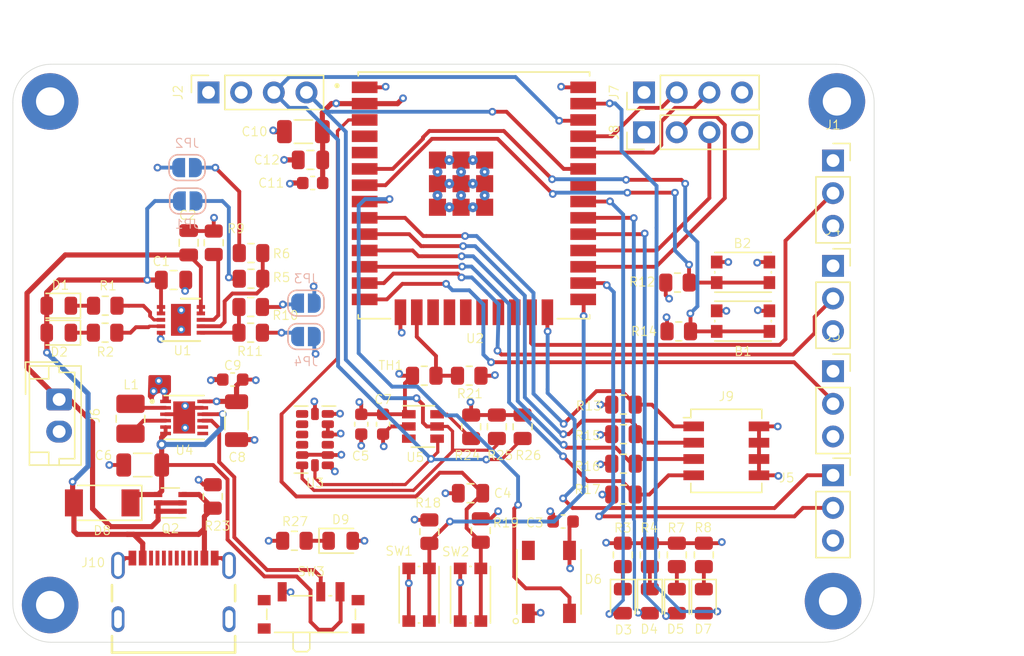
<source format=kicad_pcb>
(kicad_pcb (version 20171130) (host pcbnew "(5.1.12)-1")
  (layers (0 F.Cu signal) (1 GND signal) (2 POWER signal) (31 B.Cu signal) (34 B.Paste user) (35 F.Paste user) (36 B.SilkS user) (37 F.SilkS user) (38 B.Mask user) (39 F.Mask user) (44 Edge.Cuts user))
  (net 0 "")
  (net 1 GND)
  (net 2 +3V3)
  (net 3 VBUS)
  (net 4 +BATT)
  (net 5 "Net-(D1-Pad1)")
  (net 6 "Net-(D2-Pad1)")
  (net 7 LED1)
  (net 8 "Net-(D4-Pad1)")
  (net 9 LED2)
  (net 10 "Net-(D5-Pad1)")
  (net 11 LED3)
  (net 12 LED4)
  (net 13 "Net-(D7-Pad1)")
  (net 14 LED_IN)
  (net 15 "Net-(L1-Pad2)")
  (net 16 "Net-(L1-Pad1)")
  (net 17 EN)
  (net 18 GPIO0)
  (net 19 "Net-(R1-Pad1)")
  (net 20 "Net-(R2-Pad1)")
  (net 21 INT)
  (net 22 "Net-(SW3-Pad2)")
  (net 23 "Net-(U2-Pad17)")
  (net 24 "Net-(U2-Pad18)")
  (net 25 "Net-(U2-Pad19)")
  (net 26 "Net-(U2-Pad22)")
  (net 27 "Net-(U2-Pad21)")
  (net 28 "Net-(U2-Pad20)")
  (net 29 U0RXD)
  (net 30 U0TXD)
  (net 31 "Net-(U2-Pad4)")
  (net 32 "Net-(U2-Pad5)")
  (net 33 "Net-(U3-Pad11)")
  (net 34 "Net-(U3-Pad10)")
  (net 35 "Net-(U3-Pad9)")
  (net 36 "Net-(U3-Pad8)")
  (net 37 "Net-(U3-Pad3)")
  (net 38 S4)
  (net 39 S3)
  (net 40 S2)
  (net 41 S1)
  (net 42 "Net-(H1-Pad1)")
  (net 43 "Net-(H2-Pad1)")
  (net 44 "Net-(H3-Pad1)")
  (net 45 "Net-(H4-Pad1)")
  (net 46 IO22_I2C_SCL)
  (net 47 IO21_I2C_SDA)
  (net 48 IO17_U2TXD)
  (net 49 IO16_U2RXD)
  (net 50 B1)
  (net 51 B2)
  (net 52 IO15_PIR_IN)
  (net 53 IO13_ADC2_CH4_NTC)
  (net 54 IO12)
  (net 55 IO14)
  (net 56 IO4)
  (net 57 IO2)
  (net 58 "Net-(JP1-Pad2)")
  (net 59 "Net-(JP2-Pad1)")
  (net 60 "Net-(JP3-Pad1)")
  (net 61 "Net-(JP4-Pad1)")
  (net 62 "Net-(C6-Pad2)")
  (net 63 "Net-(D3-Pad1)")
  (net 64 "Net-(D6-Pad4)")
  (net 65 "Net-(D9-Pad1)")
  (net 66 "Net-(J10-PadB8)")
  (net 67 "Net-(J10-PadA5)")
  (net 68 "Net-(J10-PadB7)")
  (net 69 "Net-(J10-PadB5)")
  (net 70 "Net-(J10-PadA8)")
  (net 71 "Net-(J10-PadB6)")
  (net 72 "Net-(J10-PadA6)")
  (net 73 "Net-(J10-PadA7)")
  (net 74 "Net-(R5-Pad2)")
  (net 75 "Net-(R9-Pad1)")
  (net 76 "Net-(R10-Pad1)")
  (net 77 "Net-(U4-Pad7)")
  (net 78 "Net-(U4-Pad8)")
  (net 79 "Net-(U5-Pad3)")
  (module Capacitor_SMD:C_0805_2012Metric (layer F.Cu) (at 113.15 70.45)
    (fp_text reference C12 (at -3.4 0) (layer F.SilkS) (effects (font (size 0.7 0.7) (thickness 0.08))))
    (fp_text value 1uF)
    (pad 2 smd roundrect (at 0.95 0) (size 1 1.45) (layers F.Cu F.Paste F.Mask) (net 2 +3V3))
    (pad 1 smd roundrect (at -0.95 0) (size 1 1.45) (layers F.Cu F.Paste F.Mask) (net 1 GND))
  )
  (module Capacitor_SMD:C_0603_1608Metric (layer F.Cu) (at 113.325 72.25 180)
    (fp_text reference C11 (at 3.225 0) (layer F.SilkS) (effects (font (size 0.7 0.7) (thickness 0.08))))
    (fp_text value 100nF)
    (pad 2 smd roundrect (at 0.775 0 180) (size 0.9 0.95) (layers F.Cu F.Paste F.Mask) (net 1 GND))
    (pad 1 smd roundrect (at -0.775 0 180) (size 0.9 0.95) (layers F.Cu F.Paste F.Mask) (net 2 +3V3))
  )
  (module Capacitor_SMD:C_1206_3216Metric (layer F.Cu) (at 112.6 68.25)
    (fp_text reference C10 (at -3.8 0) (layer F.SilkS) (effects (font (size 0.7 0.7) (thickness 0.08))))
    (fp_text value 10uF)
    (pad 2 smd roundrect (at 1.475 0) (size 1.15 1.8) (layers F.Cu F.Paste F.Mask) (roundrect_rratio 0.217391) (net 2 +3V3))
    (pad 1 smd roundrect (at -1.475 0) (size 1.15 1.8) (layers F.Cu F.Paste F.Mask) (roundrect_rratio 0.217391) (net 1 GND))
  )
  (module Connector_PinSocket_2.54mm:PinSocket_1x04_P2.54mm_Vertical (layer F.Cu) (at 105.22 65.2 90)
    (fp_text reference J2 (at 0 -2.37 90) (layer F.SilkS) (effects (font (size 0.7 0.7) (thickness 0.08))))
    (fp_text value OLED-128X64)
    (pad 4 thru_hole oval (at 0 7.62 90) (size 1.7 1.7) (drill 1) (layers *.Cu *.Mask) (net 47 IO21_I2C_SDA))
    (pad 3 thru_hole oval (at 0 5.08 90) (size 1.7 1.7) (drill 1) (layers *.Cu *.Mask) (net 46 IO22_I2C_SCL))
    (pad 2 thru_hole oval (at 0 2.54 90) (size 1.7 1.7) (drill 1) (layers *.Cu *.Mask) (net 2 +3V3))
    (pad 1 thru_hole rect (at 0 0 90) (size 1.7 1.7) (drill 1) (layers *.Cu *.Mask) (net 1 GND))
  )
  (module Button_Switch_SMD:SW_DIP_SPSTx04_Slide_Copal_CHS-04A_W5.08mm_P1.27mm_JPin (layer F.Cu) (at 145.5 93.1)
    (fp_text reference J9 (at 0 -4.235) (layer F.SilkS) (effects (font (size 0.7 0.7) (thickness 0.08))))
    (fp_text value SWITCH)
    (pad 8 smd rect (at 2.54 -1.905) (size 1.6 0.76) (layers F.Cu F.Paste F.Mask) (net 2 +3V3))
    (pad 4 smd rect (at -2.54 1.905) (size 1.6 0.76) (layers F.Cu F.Paste F.Mask) (net 38 S4))
    (pad 7 smd rect (at 2.54 -0.635) (size 1.6 0.76) (layers F.Cu F.Paste F.Mask) (net 2 +3V3))
    (pad 3 smd rect (at -2.54 0.635) (size 1.6 0.76) (layers F.Cu F.Paste F.Mask) (net 39 S3))
    (pad 6 smd rect (at 2.54 0.635) (size 1.6 0.76) (layers F.Cu F.Paste F.Mask) (net 2 +3V3))
    (pad 2 smd rect (at -2.54 -0.635) (size 1.6 0.76) (layers F.Cu F.Paste F.Mask) (net 40 S2))
    (pad 5 smd rect (at 2.54 1.905) (size 1.6 0.76) (layers F.Cu F.Paste F.Mask) (net 2 +3V3))
    (pad 1 smd rect (at -2.54 -1.905) (size 1.6 0.76) (layers F.Cu F.Paste F.Mask) (net 41 S1))
  )
  (module Button_Switch_SMD:SW_Push_1P1T_NO_CK_KMR2 (layer F.Cu) (at 125.6 104.3 90)
    (fp_text reference SW2 (at 3.35 -1.15 180) (layer F.SilkS) (effects (font (size 0.7 0.7) (thickness 0.08))))
    (fp_text value EN)
    (pad 2 smd rect (at 2.05 0.8 90) (size 0.9 1) (layers F.Cu F.Paste F.Mask) (net 17 EN))
    (pad 1 smd rect (at 2.05 -0.8 90) (size 0.9 1) (layers F.Cu F.Paste F.Mask) (net 1 GND))
    (pad 2 smd rect (at -2.05 0.8 90) (size 0.9 1) (layers F.Cu F.Paste F.Mask) (net 17 EN))
    (pad 1 smd rect (at -2.05 -0.8 90) (size 0.9 1) (layers F.Cu F.Paste F.Mask) (net 1 GND))
  )
  (module Button_Switch_SMD:SW_Push_1P1T_NO_CK_KMR2 (layer F.Cu) (at 121.6 104.3 90)
    (fp_text reference SW1 (at 3.4 -1.55 180) (layer F.SilkS) (effects (font (size 0.7 0.7) (thickness 0.08))))
    (fp_text value RST)
    (pad 2 smd rect (at 2.05 0.8 90) (size 0.9 1) (layers F.Cu F.Paste F.Mask) (net 18 GPIO0))
    (pad 1 smd rect (at 2.05 -0.8 90) (size 0.9 1) (layers F.Cu F.Paste F.Mask) (net 1 GND))
    (pad 2 smd rect (at -2.05 0.8 90) (size 0.9 1) (layers F.Cu F.Paste F.Mask) (net 18 GPIO0))
    (pad 1 smd rect (at -2.05 -0.8 90) (size 0.9 1) (layers F.Cu F.Paste F.Mask) (net 1 GND))
  )
  (module Capacitor_SMD:C_0805_2012Metric (layer F.Cu) (at 125.6 96.4)
    (fp_text reference C4 (at 2.5 0) (layer F.SilkS) (effects (font (size 0.7 0.7) (thickness 0.08))))
    (fp_text value 1uF)
    (pad 2 smd roundrect (at 0.95 0) (size 1 1.45) (layers F.Cu F.Paste F.Mask) (net 17 EN))
    (pad 1 smd roundrect (at -0.95 0) (size 1 1.45) (layers F.Cu F.Paste F.Mask) (net 1 GND))
  )
  (module Button_Switch_SMD:SW_Push_1P1T_NO_CK_KMR2 (layer F.Cu) (at 146.8 79.2)
    (fp_text reference B2 (at -0.05 -2.25) (layer F.SilkS) (effects (font (size 0.7 0.7) (thickness 0.08))))
    (fp_text value BUT)
    (pad 2 smd rect (at 2.05 0.8) (size 0.9 1) (layers F.Cu F.Paste F.Mask) (net 51 B2))
    (pad 1 smd rect (at 2.05 -0.8) (size 0.9 1) (layers F.Cu F.Paste F.Mask) (net 1 GND))
    (pad 2 smd rect (at -2.05 0.8) (size 0.9 1) (layers F.Cu F.Paste F.Mask) (net 51 B2))
    (pad 1 smd rect (at -2.05 -0.8) (size 0.9 1) (layers F.Cu F.Paste F.Mask) (net 1 GND))
  )
  (module Button_Switch_SMD:SW_Push_1P1T_NO_CK_KMR2 (layer F.Cu) (at 146.8 83)
    (fp_text reference B1 (at 0 2.35) (layer F.SilkS) (effects (font (size 0.7 0.7) (thickness 0.08))))
    (fp_text value BUT)
    (pad 2 smd rect (at 2.05 0.8) (size 0.9 1) (layers F.Cu F.Paste F.Mask) (net 50 B1))
    (pad 1 smd rect (at 2.05 -0.8) (size 0.9 1) (layers F.Cu F.Paste F.Mask) (net 1 GND))
    (pad 2 smd rect (at -2.05 0.8) (size 0.9 1) (layers F.Cu F.Paste F.Mask) (net 50 B1))
    (pad 1 smd rect (at -2.05 -0.8) (size 0.9 1) (layers F.Cu F.Paste F.Mask) (net 1 GND))
  )
  (module Resistor_SMD:R_0805_2012Metric (layer F.Cu) (at 108.5 83.9)
    (fp_text reference R11 (at -0.05 1.45) (layer F.SilkS) (effects (font (size 0.7 0.7) (thickness 0.08))))
    (fp_text value 1.5K)
    (pad 2 smd roundrect (at 0.9125 0) (size 1.025 1.4) (layers F.Cu F.Paste F.Mask) (roundrect_rratio 0.243902) (net 61 "Net-(JP4-Pad1)"))
    (pad 1 smd roundrect (at -0.9125 0) (size 1.025 1.4) (layers F.Cu F.Paste F.Mask) (roundrect_rratio 0.243902) (net 76 "Net-(R10-Pad1)"))
  )
  (module Resistor_SMD:R_0805_2012Metric (layer F.Cu) (at 108.5 81.9)
    (fp_text reference R10 (at 2.7 0.65) (layer F.SilkS) (effects (font (size 0.7 0.7) (thickness 0.08))))
    (fp_text value 1.5K)
    (pad 2 smd roundrect (at 0.9125 0) (size 1.025 1.4) (layers F.Cu F.Paste F.Mask) (roundrect_rratio 0.243902) (net 60 "Net-(JP3-Pad1)"))
    (pad 1 smd roundrect (at -0.9125 0) (size 1.025 1.4) (layers F.Cu F.Paste F.Mask) (roundrect_rratio 0.243902) (net 76 "Net-(R10-Pad1)"))
  )
  (module Resistor_SMD:R_0805_2012Metric (layer F.Cu) (at 108.525 77.7 180)
    (fp_text reference R6 (at -2.375 -0.05) (layer F.SilkS) (effects (font (size 0.7 0.7) (thickness 0.08))))
    (fp_text value 10K)
    (pad 2 smd roundrect (at 0.9125 0 180) (size 1.025 1.4) (layers F.Cu F.Paste F.Mask) (roundrect_rratio 0.243902) (net 59 "Net-(JP2-Pad1)"))
    (pad 1 smd roundrect (at -0.9125 0 180) (size 1.025 1.4) (layers F.Cu F.Paste F.Mask) (roundrect_rratio 0.243902) (net 74 "Net-(R5-Pad2)"))
  )
  (module Resistor_SMD:R_0805_2012Metric (layer F.Cu) (at 108.525 79.7)
    (fp_text reference R5 (at 2.375 -0.1) (layer F.SilkS) (effects (font (size 0.7 0.7) (thickness 0.08))))
    (fp_text value 10K)
    (pad 2 smd roundrect (at 0.9125 0) (size 1.025 1.4) (layers F.Cu F.Paste F.Mask) (roundrect_rratio 0.243902) (net 74 "Net-(R5-Pad2)"))
    (pad 1 smd roundrect (at -0.9125 0) (size 1.025 1.4) (layers F.Cu F.Paste F.Mask) (roundrect_rratio 0.243902) (net 58 "Net-(JP1-Pad2)"))
  )
  (module Jumper:SolderJumper-2_P1.3mm_Open_RoundedPad1.0x1.5mm (layer B.Cu) (at 112.8 84.2)
    (fp_text reference JP4 (at 0 1.95) (layer B.SilkS) (effects (font (size 0.7 0.7) (thickness 0.08)) (justify mirror)))
    (fp_text value WIRE)
    (pad 2 smd custom (at 0.65 0) (size 1 0.5) (layers B.Cu B.Mask) (net 1 GND) (options (clearance outline) (anchor rect)) (primitives (gr_circle (center 0 -0.25) (end 0.5 -0.25) (width 0)) (gr_circle (center 0 0.25) (end 0.5 0.25) (width 0)) (gr_poly (pts (xy 0 0.75) (xy -0.5 0.75) (xy -0.5 -0.75) (xy 0 -0.75)) (width 0))))
    (pad 1 smd custom (at -0.65 0) (size 1 0.5) (layers B.Cu B.Mask) (net 61 "Net-(JP4-Pad1)") (options (clearance outline) (anchor rect)) (primitives (gr_circle (center 0 -0.25) (end 0.5 -0.25) (width 0)) (gr_circle (center 0 0.25) (end 0.5 0.25) (width 0)) (gr_poly (pts (xy 0 0.75) (xy 0.5 0.75) (xy 0.5 -0.75) (xy 0 -0.75)) (width 0))))
  )
  (module Jumper:SolderJumper-2_P1.3mm_Open_RoundedPad1.0x1.5mm (layer B.Cu) (at 112.8 81.6)
    (fp_text reference JP3 (at 0 -1.9) (layer B.SilkS) (effects (font (size 0.7 0.7) (thickness 0.08)) (justify mirror)))
    (fp_text value WIRE)
    (pad 2 smd custom (at 0.65 0) (size 1 0.5) (layers B.Cu B.Mask) (net 1 GND) (options (clearance outline) (anchor rect)) (primitives (gr_circle (center 0 -0.25) (end 0.5 -0.25) (width 0)) (gr_circle (center 0 0.25) (end 0.5 0.25) (width 0)) (gr_poly (pts (xy 0 0.75) (xy -0.5 0.75) (xy -0.5 -0.75) (xy 0 -0.75)) (width 0))))
    (pad 1 smd custom (at -0.65 0) (size 1 0.5) (layers B.Cu B.Mask) (net 60 "Net-(JP3-Pad1)") (options (clearance outline) (anchor rect)) (primitives (gr_circle (center 0 -0.25) (end 0.5 -0.25) (width 0)) (gr_circle (center 0 0.25) (end 0.5 0.25) (width 0)) (gr_poly (pts (xy 0 0.75) (xy 0.5 0.75) (xy 0.5 -0.75) (xy 0 -0.75)) (width 0))))
  )
  (module Jumper:SolderJumper-2_P1.3mm_Open_RoundedPad1.0x1.5mm (layer B.Cu) (at 103.55 71.05 180)
    (fp_text reference JP2 (at 0 1.9) (layer B.SilkS) (effects (font (size 0.7 0.7) (thickness 0.08)) (justify mirror)))
    (fp_text value WIRE)
    (pad 2 smd custom (at 0.65 0 180) (size 1 0.5) (layers B.Cu B.Mask) (net 1 GND) (options (clearance outline) (anchor rect)) (primitives (gr_circle (center 0 -0.25) (end 0.5 -0.25) (width 0)) (gr_circle (center 0 0.25) (end 0.5 0.25) (width 0)) (gr_poly (pts (xy 0 0.75) (xy -0.5 0.75) (xy -0.5 -0.75) (xy 0 -0.75)) (width 0))))
    (pad 1 smd custom (at -0.65 0 180) (size 1 0.5) (layers B.Cu B.Mask) (net 59 "Net-(JP2-Pad1)") (options (clearance outline) (anchor rect)) (primitives (gr_circle (center 0 -0.25) (end 0.5 -0.25) (width 0)) (gr_circle (center 0 0.25) (end 0.5 0.25) (width 0)) (gr_poly (pts (xy 0 0.75) (xy 0.5 0.75) (xy 0.5 -0.75) (xy 0 -0.75)) (width 0))))
  )
  (module Jumper:SolderJumper-2_P1.3mm_Open_RoundedPad1.0x1.5mm (layer B.Cu) (at 103.6 73.65)
    (fp_text reference JP1 (at -0.05 1.8) (layer B.SilkS) (effects (font (size 0.7 0.7) (thickness 0.08)) (justify mirror)))
    (fp_text value WIRE)
    (pad 2 smd custom (at 0.65 0) (size 1 0.5) (layers B.Cu B.Mask) (net 58 "Net-(JP1-Pad2)") (options (clearance outline) (anchor rect)) (primitives (gr_circle (center 0 -0.25) (end 0.5 -0.25) (width 0)) (gr_circle (center 0 0.25) (end 0.5 0.25) (width 0)) (gr_poly (pts (xy 0 0.75) (xy -0.5 0.75) (xy -0.5 -0.75) (xy 0 -0.75)) (width 0))))
    (pad 1 smd custom (at -0.65 0) (size 1 0.5) (layers B.Cu B.Mask) (net 3 VBUS) (options (clearance outline) (anchor rect)) (primitives (gr_circle (center 0 -0.25) (end 0.5 -0.25) (width 0)) (gr_circle (center 0 0.25) (end 0.5 0.25) (width 0)) (gr_poly (pts (xy 0 0.75) (xy 0.5 0.75) (xy 0.5 -0.75) (xy 0 -0.75)) (width 0))))
  )
  (module Connector_PinSocket_2.54mm:PinSocket_1x03_P2.54mm_Vertical (layer F.Cu) (at 153.8 95)
    (fp_text reference J5 (at -3.6 0.2) (layer F.SilkS) (effects (font (size 0.7 0.7) (thickness 0.08))))
    (fp_text value "PIR SENSOR")
    (pad 3 thru_hole oval (at 0 5.08) (size 1.7 1.7) (drill 1) (layers *.Cu *.Mask) (net 1 GND))
    (pad 2 thru_hole oval (at 0 2.54) (size 1.7 1.7) (drill 1) (layers *.Cu *.Mask) (net 56 IO4))
    (pad 1 thru_hole rect (at 0 0) (size 1.7 1.7) (drill 1) (layers *.Cu *.Mask) (net 57 IO2))
  )
  (module Connector_PinHeader_2.54mm:PinHeader_1x04_P2.54mm_Vertical (layer F.Cu) (at 139.1 68.3 90)
    (fp_text reference J8 (at 0 -2.33 90) (layer F.SilkS) (effects (font (size 0.7 0.7) (thickness 0.08))))
    (fp_text value UART)
    (pad 4 thru_hole oval (at 0 7.62 90) (size 1.7 1.7) (drill 1) (layers *.Cu *.Mask) (net 1 GND))
    (pad 3 thru_hole oval (at 0 5.08 90) (size 1.7 1.7) (drill 1) (layers *.Cu *.Mask) (net 48 IO17_U2TXD))
    (pad 2 thru_hole oval (at 0 2.54 90) (size 1.7 1.7) (drill 1) (layers *.Cu *.Mask) (net 49 IO16_U2RXD))
    (pad 1 thru_hole rect (at 0 0 90) (size 1.7 1.7) (drill 1) (layers *.Cu *.Mask) (net 2 +3V3))
  )
  (module Connector_PinSocket_2.54mm:PinSocket_1x03_P2.54mm_Vertical (layer F.Cu) (at 153.8 78.7)
    (fp_text reference J4 (at 0 -2.77) (layer F.SilkS) (effects (font (size 0.7 0.7) (thickness 0.08))))
    (fp_text value "PIR SENSOR")
    (pad 3 thru_hole oval (at 0 5.08) (size 1.7 1.7) (drill 1) (layers *.Cu *.Mask) (net 1 GND))
    (pad 2 thru_hole oval (at 0 2.54) (size 1.7 1.7) (drill 1) (layers *.Cu *.Mask) (net 55 IO14))
    (pad 1 thru_hole rect (at 0 0) (size 1.7 1.7) (drill 1) (layers *.Cu *.Mask) (net 2 +3V3))
  )
  (module Connector_PinSocket_2.54mm:PinSocket_1x03_P2.54mm_Vertical (layer F.Cu) (at 153.8 86.9)
    (fp_text reference J3 (at 0 -2.77) (layer F.SilkS) (effects (font (size 0.7 0.7) (thickness 0.08))))
    (fp_text value "PIR SENSOR")
    (pad 3 thru_hole oval (at 0 5.08) (size 1.7 1.7) (drill 1) (layers *.Cu *.Mask) (net 1 GND))
    (pad 2 thru_hole oval (at 0 2.54) (size 1.7 1.7) (drill 1) (layers *.Cu *.Mask) (net 54 IO12))
    (pad 1 thru_hole rect (at 0 0) (size 1.7 1.7) (drill 1) (layers *.Cu *.Mask) (net 2 +3V3))
  )
  (module Connector_PinSocket_2.54mm:PinSocket_1x03_P2.54mm_Vertical (layer F.Cu) (at 153.8 70.5)
    (fp_text reference J1 (at 0 -2.77) (layer F.SilkS) (effects (font (size 0.7 0.7) (thickness 0.08))))
    (fp_text value "PIR SENSOR")
    (pad 3 thru_hole oval (at 0 5.08) (size 1.7 1.7) (drill 1) (layers *.Cu *.Mask) (net 1 GND))
    (pad 2 thru_hole oval (at 0 2.54) (size 1.7 1.7) (drill 1) (layers *.Cu *.Mask) (net 52 IO15_PIR_IN))
    (pad 1 thru_hole rect (at 0 0) (size 1.7 1.7) (drill 1) (layers *.Cu *.Mask) (net 2 +3V3))
  )
  (module Resistor_SMD:R_0805_2012Metric (layer F.Cu) (at 141.8 83.8 180)
    (fp_text reference R14 (at 2.7 0) (layer F.SilkS) (effects (font (size 0.7 0.7) (thickness 0.08))))
    (fp_text value 10K)
    (pad 2 smd roundrect (at 0.9125 0 180) (size 1.025 1.4) (layers F.Cu F.Paste F.Mask) (roundrect_rratio 0.243902) (net 1 GND))
    (pad 1 smd roundrect (at -0.9125 0 180) (size 1.025 1.4) (layers F.Cu F.Paste F.Mask) (roundrect_rratio 0.243902) (net 50 B1))
  )
  (module Resistor_SMD:R_0805_2012Metric (layer F.Cu) (at 141.7 80 180)
    (fp_text reference R12 (at 2.75 0.05) (layer F.SilkS) (effects (font (size 0.7 0.7) (thickness 0.08))))
    (fp_text value 10K)
    (pad 2 smd roundrect (at 0.9125 0 180) (size 1.025 1.4) (layers F.Cu F.Paste F.Mask) (roundrect_rratio 0.243902) (net 1 GND))
    (pad 1 smd roundrect (at -0.9125 0 180) (size 1.025 1.4) (layers F.Cu F.Paste F.Mask) (roundrect_rratio 0.243902) (net 51 B2))
  )
  (module MountingHole:MountingHole_2.2mm_M2_Pad (layer F.Cu) (at 154.1 65.9)
    (fp_text reference H4 hide)
    (fp_text value Mount)
    (pad 1 thru_hole circle (at 0 0) (size 4.4 4.4) (drill 2.2) (layers *.Cu *.Mask) (net 45 "Net-(H4-Pad1)"))
  )
  (module MountingHole:MountingHole_2.2mm_M2_Pad (layer F.Cu) (at 153.8 104.8)
    (fp_text reference H3 hide)
    (fp_text value Mount)
    (pad 1 thru_hole circle (at 0 0) (size 4.4 4.4) (drill 2.2) (layers *.Cu *.Mask) (net 44 "Net-(H3-Pad1)"))
  )
  (module MountingHole:MountingHole_2.2mm_M2_Pad (layer F.Cu) (at 92.9 105.1)
    (fp_text reference H2 hide)
    (fp_text value Mount)
    (pad 1 thru_hole circle (at 0 0) (size 4.4 4.4) (drill 2.2) (layers *.Cu *.Mask) (net 43 "Net-(H2-Pad1)"))
  )
  (module MountingHole:MountingHole_2.2mm_M2_Pad (layer F.Cu) (at 92.9 65.9)
    (fp_text reference H1 hide)
    (fp_text value Mount)
    (pad 1 thru_hole circle (at 0 0) (size 4.4 4.4) (drill 2.2) (layers *.Cu *.Mask) (net 42 "Net-(H1-Pad1)"))
  )
  (module Connector_PinHeader_2.54mm:PinHeader_1x04_P2.54mm_Vertical (layer F.Cu) (at 139.1 65.2 90)
    (fp_text reference J7 (at 0 -2.33 90) (layer F.SilkS) (effects (font (size 0.7 0.7) (thickness 0.08))))
    (fp_text value PROG)
    (pad 4 thru_hole oval (at 0 7.62 90) (size 1.7 1.7) (drill 1) (layers *.Cu *.Mask) (net 1 GND))
    (pad 3 thru_hole oval (at 0 5.08 90) (size 1.7 1.7) (drill 1) (layers *.Cu *.Mask) (net 30 U0TXD))
    (pad 2 thru_hole oval (at 0 2.54 90) (size 1.7 1.7) (drill 1) (layers *.Cu *.Mask) (net 29 U0RXD))
    (pad 1 thru_hole rect (at 0 0 90) (size 1.7 1.7) (drill 1) (layers *.Cu *.Mask) (net 2 +3V3))
  )
  (module Resistor_SMD:R_0805_2012Metric (layer F.Cu) (at 122 87.25)
    (fp_text reference TH1 (at -2.6 -0.8) (layer F.SilkS) (effects (font (size 0.7 0.7) (thickness 0.08))))
    (fp_text value 10K)
    (pad 2 smd roundrect (at 0.9125 0) (size 1.025 1.4) (layers F.Cu F.Paste F.Mask) (roundrect_rratio 0.243902) (net 53 IO13_ADC2_CH4_NTC))
    (pad 1 smd roundrect (at -0.9125 0) (size 1.025 1.4) (layers F.Cu F.Paste F.Mask) (roundrect_rratio 0.243902) (net 2 +3V3))
  )
  (module Resistor_SMD:R_0805_2012Metric (layer F.Cu) (at 125.5 87.25)
    (fp_text reference R21 (at 0.05 1.4) (layer F.SilkS) (effects (font (size 0.7 0.7) (thickness 0.08))))
    (fp_text value 10K)
    (pad 2 smd roundrect (at 0.9125 0) (size 1.025 1.4) (layers F.Cu F.Paste F.Mask) (roundrect_rratio 0.243902) (net 1 GND))
    (pad 1 smd roundrect (at -0.9125 0) (size 1.025 1.4) (layers F.Cu F.Paste F.Mask) (roundrect_rratio 0.243902) (net 53 IO13_ADC2_CH4_NTC))
  )
  (module Resistor_SMD:R_0805_2012Metric (layer F.Cu) (at 137.5 96.5 180)
    (fp_text reference R17 (at 2.8 0.4) (layer F.SilkS) (effects (font (size 0.7 0.7) (thickness 0.08))))
    (fp_text value 10K)
    (pad 2 smd roundrect (at 0.9125 0 180) (size 1.025 1.4) (layers F.Cu F.Paste F.Mask) (roundrect_rratio 0.243902) (net 1 GND))
    (pad 1 smd roundrect (at -0.9125 0 180) (size 1.025 1.4) (layers F.Cu F.Paste F.Mask) (roundrect_rratio 0.243902) (net 38 S4))
  )
  (module Resistor_SMD:R_0805_2012Metric (layer F.Cu) (at 137.5 94.1 180)
    (fp_text reference R16 (at 2.8 -0.2) (layer F.SilkS) (effects (font (size 0.7 0.7) (thickness 0.08))))
    (fp_text value 10K)
    (pad 2 smd roundrect (at 0.9125 0 180) (size 1.025 1.4) (layers F.Cu F.Paste F.Mask) (roundrect_rratio 0.243902) (net 1 GND))
    (pad 1 smd roundrect (at -0.9125 0 180) (size 1.025 1.4) (layers F.Cu F.Paste F.Mask) (roundrect_rratio 0.243902) (net 39 S3))
  )
  (module Resistor_SMD:R_0805_2012Metric (layer F.Cu) (at 137.5 91.8 180)
    (fp_text reference R15 (at 2.7875 -0.1) (layer F.SilkS) (effects (font (size 0.7 0.7) (thickness 0.08))))
    (fp_text value 10K)
    (pad 2 smd roundrect (at 0.9125 0 180) (size 1.025 1.4) (layers F.Cu F.Paste F.Mask) (roundrect_rratio 0.243902) (net 1 GND))
    (pad 1 smd roundrect (at -0.9125 0 180) (size 1.025 1.4) (layers F.Cu F.Paste F.Mask) (roundrect_rratio 0.243902) (net 40 S2))
  )
  (module Resistor_SMD:R_0805_2012Metric (layer F.Cu) (at 137.5 89.5 180)
    (fp_text reference R13 (at 2.7 -0.1) (layer F.SilkS) (effects (font (size 0.7 0.7) (thickness 0.08))))
    (fp_text value 10K)
    (pad 2 smd roundrect (at 0.9125 0 180) (size 1.025 1.4) (layers F.Cu F.Paste F.Mask) (roundrect_rratio 0.243902) (net 1 GND))
    (pad 1 smd roundrect (at -0.9125 0 180) (size 1.025 1.4) (layers F.Cu F.Paste F.Mask) (roundrect_rratio 0.243902) (net 41 S1))
  )
  (module Resistor_SMD:R_0805_2012Metric (layer F.Cu) (at 111.9 100.1 180)
    (fp_text reference R27 (at -0.05 1.5) (layer F.SilkS) (effects (font (size 0.7 0.7) (thickness 0.08))))
    (fp_text value 1.5K)
    (pad 2 smd roundrect (at 0.9125 0 180) (size 1.025 1.4) (layers F.Cu F.Paste F.Mask) (roundrect_rratio 0.243902) (net 1 GND))
    (pad 1 smd roundrect (at -0.9125 0 180) (size 1.025 1.4) (layers F.Cu F.Paste F.Mask) (roundrect_rratio 0.243902) (net 65 "Net-(D9-Pad1)"))
  )
  (module LED_SMD:LED_0805_2012Metric (layer F.Cu) (at 115.5 100.1)
    (fp_text reference D9 (at 0 -1.65) (layer F.SilkS) (effects (font (size 0.7 0.7) (thickness 0.08))))
    (fp_text value GREEN)
    (pad 2 smd roundrect (at 0.9375 0) (size 0.975 1.4) (layers F.Cu F.Paste F.Mask) (net 2 +3V3))
    (pad 1 smd roundrect (at -0.9375 0) (size 0.975 1.4) (layers F.Cu F.Paste F.Mask) (net 65 "Net-(D9-Pad1)"))
  )
  (module Capacitor_SMD:C_0603_1608Metric (layer F.Cu) (at 107.1 87.55 180)
    (fp_text reference C9 (at 0 1.1) (layer F.SilkS) (effects (font (size 0.7 0.7) (thickness 0.08))))
    (fp_text value 100nF)
    (pad 2 smd roundrect (at 0.775 0 180) (size 0.9 0.95) (layers F.Cu F.Paste F.Mask) (net 1 GND))
    (pad 1 smd roundrect (at -0.775 0 180) (size 0.9 0.95) (layers F.Cu F.Paste F.Mask) (net 2 +3V3))
  )
  (module 1KiCadLib:ESP32-WROOM-32U (layer F.Cu) (at 125.865 73.21)
    (fp_text reference U2 (at 0.085 11.14) (layer F.SilkS) (effects (font (size 0.7 0.7) (thickness 0.08))))
    (fp_text value ESP32-WROOM-32U)
    (pad G.21 thru_hole circle (at -0.0825 0.925) (size 0.762 0.762) (drill 0.254) (layers *.Cu *.Mask) (net 1 GND))
    (pad G.22 thru_hole circle (at -1.9175 0.925) (size 0.762 0.762) (drill 0.254) (layers *.Cu *.Mask) (net 1 GND))
    (pad G.11 thru_hole circle (at -0.0825 -2.745) (size 0.762 0.762) (drill 0.254) (layers *.Cu *.Mask) (net 1 GND))
    (pad G.12 thru_hole circle (at -1.9175 -2.745) (size 0.762 0.762) (drill 0.254) (layers *.Cu *.Mask) (net 1 GND))
    (pad G.16 thru_hole circle (at -0.0825 -0.91) (size 0.762 0.762) (drill 0.254) (layers *.Cu *.Mask) (net 1 GND))
    (pad G.17 thru_hole circle (at -1.9175 -0.91) (size 0.762 0.762) (drill 0.254) (layers *.Cu *.Mask) (net 1 GND))
    (pad G.18 thru_hole circle (at 0.835 0.0075) (size 0.762 0.762) (drill 0.254) (layers *.Cu *.Mask) (net 1 GND))
    (pad G.19 thru_hole circle (at -1 0.0075) (size 0.762 0.762) (drill 0.254) (layers *.Cu *.Mask) (net 1 GND))
    (pad G.20 thru_hole circle (at -2.835 0.0075) (size 0.762 0.762) (drill 0.254) (layers *.Cu *.Mask) (net 1 GND))
    (pad G.13 thru_hole circle (at 0.835 -1.8275) (size 0.762 0.762) (drill 0.254) (layers *.Cu *.Mask) (net 1 GND))
    (pad G.15 thru_hole circle (at -2.835 -1.8275) (size 0.762 0.762) (drill 0.254) (layers *.Cu *.Mask) (net 1 GND))
    (pad G.14 thru_hole circle (at -1 -1.8275) (size 0.762 0.762) (drill 0.254) (layers *.Cu *.Mask) (net 1 GND))
    (pad G.8 smd rect (at 0.835 0.925) (size 1.33 1.33) (layers F.Cu F.Paste F.Mask) (net 1 GND))
    (pad G.10 smd rect (at -2.835 0.925) (size 1.33 1.33) (layers F.Cu F.Paste F.Mask) (net 1 GND))
    (pad G.9 smd rect (at -1 0.925) (size 1.33 1.33) (layers F.Cu F.Paste F.Mask) (net 1 GND))
    (pad G.1 smd rect (at 0.835 -2.745) (size 1.33 1.33) (layers F.Cu F.Paste F.Mask) (net 1 GND))
    (pad G.4 smd rect (at -2.835 -2.745) (size 1.33 1.33) (layers F.Cu F.Paste F.Mask) (net 1 GND))
    (pad G.2 smd rect (at -1 -2.745) (size 1.33 1.33) (layers F.Cu F.Paste F.Mask) (net 1 GND))
    (pad G.5 smd rect (at 0.835 -0.91) (size 1.33 1.33) (layers F.Cu F.Paste F.Mask) (net 1 GND))
    (pad G.7 smd rect (at -2.835 -0.91) (size 1.33 1.33) (layers F.Cu F.Paste F.Mask) (net 1 GND))
    (pad G.6 smd rect (at -1 -0.91) (size 1.33 1.33) (layers F.Cu F.Paste F.Mask) (net 1 GND))
    (pad 15 smd rect (at -5.715 9.1) (size 0.9 2) (layers F.Cu F.Paste F.Mask) (net 1 GND))
    (pad 16 smd rect (at -4.445 9.1) (size 0.9 2) (layers F.Cu F.Paste F.Mask) (net 53 IO13_ADC2_CH4_NTC))
    (pad 17 smd rect (at -3.175 9.1) (size 0.9 2) (layers F.Cu F.Paste F.Mask) (net 23 "Net-(U2-Pad17)"))
    (pad 18 smd rect (at -1.905 9.1) (size 0.9 2) (layers F.Cu F.Paste F.Mask) (net 24 "Net-(U2-Pad18)"))
    (pad 19 smd rect (at -0.635 9.1) (size 0.9 2) (layers F.Cu F.Paste F.Mask) (net 25 "Net-(U2-Pad19)"))
    (pad 24 smd rect (at 5.715 9.1) (size 0.9 2) (layers F.Cu F.Paste F.Mask) (net 57 IO2))
    (pad 23 smd rect (at 4.445 9.1) (size 0.9 2) (layers F.Cu F.Paste F.Mask) (net 52 IO15_PIR_IN))
    (pad 22 smd rect (at 3.175 9.1) (size 0.9 2) (layers F.Cu F.Paste F.Mask) (net 26 "Net-(U2-Pad22)"))
    (pad 21 smd rect (at 1.905 9.1) (size 0.9 2) (layers F.Cu F.Paste F.Mask) (net 27 "Net-(U2-Pad21)"))
    (pad 20 smd rect (at 0.635 9.1) (size 0.9 2) (layers F.Cu F.Paste F.Mask) (net 28 "Net-(U2-Pad20)"))
    (pad 38 smd rect (at 8.5 -8.41) (size 2 0.9) (layers F.Cu F.Paste F.Mask) (net 1 GND))
    (pad 37 smd rect (at 8.5 -7.14) (size 2 0.9) (layers F.Cu F.Paste F.Mask) (net 12 LED4))
    (pad 36 smd rect (at 8.5 -5.87) (size 2 0.9) (layers F.Cu F.Paste F.Mask) (net 46 IO22_I2C_SCL))
    (pad 35 smd rect (at 8.5 -4.6) (size 2 0.9) (layers F.Cu F.Paste F.Mask) (net 29 U0RXD))
    (pad 34 smd rect (at 8.5 -3.33) (size 2 0.9) (layers F.Cu F.Paste F.Mask) (net 30 U0TXD))
    (pad 33 smd rect (at 8.5 -2.06) (size 2 0.9) (layers F.Cu F.Paste F.Mask) (net 47 IO21_I2C_SDA))
    (pad 32 smd rect (at 8.5 -0.79) (size 2 0.9) (layers F.Cu F.Paste F.Mask))
    (pad 31 smd rect (at 8.5 0.48) (size 2 0.9) (layers F.Cu F.Paste F.Mask) (net 7 LED1))
    (pad 30 smd rect (at 8.5 1.75) (size 2 0.9) (layers F.Cu F.Paste F.Mask) (net 9 LED2))
    (pad 29 smd rect (at 8.5 3.02) (size 2 0.9) (layers F.Cu F.Paste F.Mask) (net 11 LED3))
    (pad 28 smd rect (at 8.5 4.29) (size 2 0.9) (layers F.Cu F.Paste F.Mask) (net 48 IO17_U2TXD))
    (pad 27 smd rect (at 8.5 5.56) (size 2 0.9) (layers F.Cu F.Paste F.Mask) (net 49 IO16_U2RXD))
    (pad 26 smd rect (at 8.5 6.83) (size 2 0.9) (layers F.Cu F.Paste F.Mask) (net 56 IO4))
    (pad 25 smd rect (at 8.5 8.1) (size 2 0.9) (layers F.Cu F.Paste F.Mask) (net 18 GPIO0))
    (pad 1 smd rect (at -8.5 -8.41) (size 2 0.9) (layers F.Cu F.Paste F.Mask) (net 1 GND))
    (pad 2 smd rect (at -8.5 -7.14) (size 2 0.9) (layers F.Cu F.Paste F.Mask) (net 2 +3V3))
    (pad 3 smd rect (at -8.5 -5.87) (size 2 0.9) (layers F.Cu F.Paste F.Mask) (net 17 EN))
    (pad 4 smd rect (at -8.5 -4.6) (size 2 0.9) (layers F.Cu F.Paste F.Mask) (net 31 "Net-(U2-Pad4)"))
    (pad 5 smd rect (at -8.5 -3.33) (size 2 0.9) (layers F.Cu F.Paste F.Mask) (net 32 "Net-(U2-Pad5)"))
    (pad 6 smd rect (at -8.5 -2.06) (size 2 0.9) (layers F.Cu F.Paste F.Mask) (net 50 B1))
    (pad 7 smd rect (at -8.5 -0.79) (size 2 0.9) (layers F.Cu F.Paste F.Mask) (net 51 B2))
    (pad 8 smd rect (at -8.5 0.48) (size 2 0.9) (layers F.Cu F.Paste F.Mask) (net 14 LED_IN))
    (pad 9 smd rect (at -8.5 1.75) (size 2 0.9) (layers F.Cu F.Paste F.Mask) (net 41 S1))
    (pad 10 smd rect (at -8.5 3.02) (size 2 0.9) (layers F.Cu F.Paste F.Mask) (net 40 S2))
    (pad 11 smd rect (at -8.5 4.29) (size 2 0.9) (layers F.Cu F.Paste F.Mask) (net 39 S3))
    (pad 12 smd rect (at -8.5 5.56) (size 2 0.9) (layers F.Cu F.Paste F.Mask) (net 38 S4))
    (pad 13 smd rect (at -8.5 6.83) (size 2 0.9) (layers F.Cu F.Paste F.Mask) (net 55 IO14))
    (pad 14 smd rect (at -8.5 8.1) (size 2 0.9) (layers F.Cu F.Paste F.Mask) (net 54 IO12))
  )
  (module Package_TO_SOT_SMD:SOT-23-6 (layer F.Cu) (at 121.9 91.2)
    (fp_text reference U5 (at -0.6 2.4) (layer F.SilkS) (effects (font (size 0.7 0.7) (thickness 0.08))))
    (fp_text value MIC280-3YM6-TR)
    (pad 5 smd rect (at 1.1 0) (size 1.06 0.65) (layers F.Cu F.Paste F.Mask) (net 47 IO21_I2C_SDA))
    (pad 6 smd rect (at 1.1 -0.95) (size 1.06 0.65) (layers F.Cu F.Paste F.Mask) (net 21 INT))
    (pad 4 smd rect (at 1.1 0.95) (size 1.06 0.65) (layers F.Cu F.Paste F.Mask) (net 46 IO22_I2C_SCL))
    (pad 3 smd rect (at -1.1 0.95) (size 1.06 0.65) (layers F.Cu F.Paste F.Mask) (net 79 "Net-(U5-Pad3)"))
    (pad 2 smd rect (at -1.1 0) (size 1.06 0.65) (layers F.Cu F.Paste F.Mask) (net 1 GND))
    (pad 1 smd rect (at -1.1 -0.95) (size 1.06 0.65) (layers F.Cu F.Paste F.Mask) (net 2 +3V3))
  )
  (module 1KiCadLib:IC_BUCK_BOOST_ISL9110IRTNZ (layer F.Cu) (at 103.325 90.5)
    (fp_text reference U4 (at 0.025 2.55) (layer F.SilkS) (effects (font (size 0.7 0.7) (thickness 0.08))))
    (fp_text value ISL9110IRTNZ)
    (pad 1 smd rect (at -1.445 -1.25) (size 0.84 0.27) (layers F.Cu F.Paste F.Mask) (net 2 +3V3))
    (pad 2 smd rect (at -1.445 -0.75) (size 0.84 0.27) (layers F.Cu F.Paste F.Mask) (net 15 "Net-(L1-Pad2)"))
    (pad 3 smd rect (at -1.445 -0.25) (size 0.84 0.27) (layers F.Cu F.Paste F.Mask) (net 1 GND))
    (pad 4 smd rect (at -1.445 0.25) (size 0.84 0.27) (layers F.Cu F.Paste F.Mask) (net 16 "Net-(L1-Pad1)"))
    (pad 5 smd rect (at -1.445 0.75) (size 0.84 0.27) (layers F.Cu F.Paste F.Mask) (net 62 "Net-(C6-Pad2)"))
    (pad 6 smd rect (at -1.445 1.25) (size 0.84 0.27) (layers F.Cu F.Paste F.Mask) (net 62 "Net-(C6-Pad2)"))
    (pad 7 smd rect (at 1.445 1.25) (size 0.84 0.27) (layers F.Cu F.Paste F.Mask) (net 77 "Net-(U4-Pad7)"))
    (pad 8 smd rect (at 1.445 0.75) (size 0.84 0.27) (layers F.Cu F.Paste F.Mask) (net 78 "Net-(U4-Pad8)"))
    (pad 9 smd rect (at 1.445 0.25) (size 0.84 0.27) (layers F.Cu F.Paste F.Mask) (net 22 "Net-(SW3-Pad2)"))
    (pad 10 smd rect (at 1.445 -0.25) (size 0.84 0.27) (layers F.Cu F.Paste F.Mask) (net 62 "Net-(C6-Pad2)"))
    (pad 11 smd rect (at 1.445 -0.75) (size 0.84 0.27) (layers F.Cu F.Paste F.Mask) (net 1 GND))
    (pad 12 smd rect (at 1.445 -1.25) (size 0.84 0.27) (layers F.Cu F.Paste F.Mask) (net 2 +3V3))
    (pad 13 smd rect (at 0 0) (size 1.7 2.5) (layers F.Cu F.Mask) (net 1 GND))
  )
  (module Package_LGA:LGA-14_3x5mm_P0.8mm_LayoutBorder1x6y (layer F.Cu) (at 113.5 92.225 180)
    (fp_text reference U3 (at 0 -3.375) (layer F.SilkS) (effects (font (size 0.7 0.7) (thickness 0.08))))
    (fp_text value ADXL343)
    (pad 14 smd roundrect (at 0 -2 180) (size 0.6 0.95) (layers F.Cu F.Paste F.Mask) (net 46 IO22_I2C_SCL))
    (pad 13 smd roundrect (at 1 -2 180) (size 0.95 0.6) (layers F.Cu F.Paste F.Mask) (net 47 IO21_I2C_SDA))
    (pad 12 smd roundrect (at 1 -1.2 180) (size 0.95 0.6) (layers F.Cu F.Paste F.Mask) (net 1 GND))
    (pad 11 smd roundrect (at 1 -0.4 180) (size 0.95 0.6) (layers F.Cu F.Paste F.Mask) (net 33 "Net-(U3-Pad11)"))
    (pad 10 smd roundrect (at 1 0.4 180) (size 0.95 0.6) (layers F.Cu F.Paste F.Mask) (net 34 "Net-(U3-Pad10)"))
    (pad 9 smd roundrect (at 1 1.2 180) (size 0.95 0.6) (layers F.Cu F.Paste F.Mask) (net 35 "Net-(U3-Pad9)"))
    (pad 8 smd roundrect (at 1 2 180) (size 0.95 0.6) (layers F.Cu F.Paste F.Mask) (net 36 "Net-(U3-Pad8)"))
    (pad 7 smd roundrect (at 0 2 180) (size 0.6 0.95) (layers F.Cu F.Paste F.Mask) (net 2 +3V3))
    (pad 6 smd roundrect (at -1 2 180) (size 0.95 0.6) (layers F.Cu F.Paste F.Mask) (net 2 +3V3))
    (pad 5 smd roundrect (at -1 1.2 180) (size 0.95 0.6) (layers F.Cu F.Paste F.Mask) (net 1 GND))
    (pad 4 smd roundrect (at -1 0.4 180) (size 0.95 0.6) (layers F.Cu F.Paste F.Mask) (net 1 GND))
    (pad 3 smd roundrect (at -1 -0.4 180) (size 0.95 0.6) (layers F.Cu F.Paste F.Mask) (net 37 "Net-(U3-Pad3)"))
    (pad 2 smd roundrect (at -1 -1.2 180) (size 0.95 0.6) (layers F.Cu F.Paste F.Mask) (net 1 GND))
    (pad 1 smd roundrect (at -1 -2 180) (size 0.95 0.6) (layers F.Cu F.Paste F.Mask) (net 2 +3V3))
  )
  (module Button_Switch_SMD:SW_SPDT_PCM12 (layer F.Cu) (at 113.2 105.5)
    (fp_text reference SW3 (at 0 -3) (layer F.SilkS) (effects (font (size 0.7 0.7) (thickness 0.08))))
    (fp_text value ON/OFF)
    (pad "" smd rect (at -3.65 -0.78) (size 1 0.8) (layers F.Cu F.Paste F.Mask))
    (pad "" smd rect (at 3.65 -0.78) (size 1 0.8) (layers F.Cu F.Paste F.Mask))
    (pad "" smd rect (at 3.65 1.43) (size 1 0.8) (layers F.Cu F.Paste F.Mask))
    (pad "" smd rect (at -3.65 1.43) (size 1 0.8) (layers F.Cu F.Paste F.Mask))
    (pad 3 smd rect (at 2.25 -1.43) (size 0.7 1.5) (layers F.Cu F.Paste F.Mask) (net 62 "Net-(C6-Pad2)"))
    (pad 2 smd rect (at 0.75 -1.43) (size 0.7 1.5) (layers F.Cu F.Paste F.Mask) (net 22 "Net-(SW3-Pad2)"))
    (pad 1 smd rect (at -2.25 -1.43) (size 0.7 1.5) (layers F.Cu F.Paste F.Mask) (net 1 GND))
    (pad "" np_thru_hole circle (at 1.5 0.33) (size 0.9 0.9) (drill 0.9) (layers *.Cu *.Mask))
    (pad "" np_thru_hole circle (at -1.5 0.33) (size 0.9 0.9) (drill 0.9) (layers *.Cu *.Mask))
  )
  (module Resistor_SMD:R_0805_2012Metric (layer F.Cu) (at 129.65 91.225 270)
    (fp_text reference R26 (at 2.225 -0.45 180) (layer F.SilkS) (effects (font (size 0.7 0.7) (thickness 0.08))))
    (fp_text value 10K)
    (pad 2 smd roundrect (at 0.9125 0 270) (size 1.025 1.4) (layers F.Cu F.Paste F.Mask) (roundrect_rratio 0.243902) (net 46 IO22_I2C_SCL))
    (pad 1 smd roundrect (at -0.9125 0 270) (size 1.025 1.4) (layers F.Cu F.Paste F.Mask) (roundrect_rratio 0.243902) (net 2 +3V3))
  )
  (module Resistor_SMD:R_0805_2012Metric (layer F.Cu) (at 127.65 91.225 270)
    (fp_text reference R25 (at 2.225 -0.25 180) (layer F.SilkS) (effects (font (size 0.7 0.7) (thickness 0.08))))
    (fp_text value 10K)
    (pad 2 smd roundrect (at 0.9125 0 270) (size 1.025 1.4) (layers F.Cu F.Paste F.Mask) (roundrect_rratio 0.243902) (net 47 IO21_I2C_SDA))
    (pad 1 smd roundrect (at -0.9125 0 270) (size 1.025 1.4) (layers F.Cu F.Paste F.Mask) (roundrect_rratio 0.243902) (net 2 +3V3))
  )
  (module Resistor_SMD:R_0805_2012Metric (layer F.Cu) (at 125.65 91.225 270)
    (fp_text reference R24 (at 2.225 0.3 180) (layer F.SilkS) (effects (font (size 0.7 0.7) (thickness 0.08))))
    (fp_text value 10K)
    (pad 2 smd roundrect (at 0.9125 0 270) (size 1.025 1.4) (layers F.Cu F.Paste F.Mask) (roundrect_rratio 0.243902) (net 21 INT))
    (pad 1 smd roundrect (at -0.9125 0 270) (size 1.025 1.4) (layers F.Cu F.Paste F.Mask) (roundrect_rratio 0.243902) (net 2 +3V3))
  )
  (module Resistor_SMD:R_0805_2012Metric (layer F.Cu) (at 105.55 96.65 90)
    (fp_text reference R23 (at -2.3 0.35 180) (layer F.SilkS) (effects (font (size 0.7 0.7) (thickness 0.08))))
    (fp_text value 100K)
    (pad 2 smd roundrect (at 0.9125 0 90) (size 1.025 1.4) (layers F.Cu F.Paste F.Mask) (roundrect_rratio 0.243902) (net 1 GND))
    (pad 1 smd roundrect (at -0.9125 0 90) (size 1.025 1.4) (layers F.Cu F.Paste F.Mask) (roundrect_rratio 0.243902) (net 3 VBUS))
  )
  (module Resistor_SMD:R_0805_2012Metric (layer F.Cu) (at 126.4 99.3 270)
    (fp_text reference R19 (at -0.6 -1.95 180) (layer F.SilkS) (effects (font (size 0.7 0.7) (thickness 0.08))))
    (fp_text value 10K)
    (pad 2 smd roundrect (at 0.9125 0 270) (size 1.025 1.4) (layers F.Cu F.Paste F.Mask) (roundrect_rratio 0.243902) (net 17 EN))
    (pad 1 smd roundrect (at -0.9125 0 270) (size 1.025 1.4) (layers F.Cu F.Paste F.Mask) (roundrect_rratio 0.243902) (net 2 +3V3))
  )
  (module Resistor_SMD:R_0805_2012Metric (layer F.Cu) (at 122.4 99.3875 270)
    (fp_text reference R18 (at -2.2375 0.1 180) (layer F.SilkS) (effects (font (size 0.7 0.7) (thickness 0.08))))
    (fp_text value 10K)
    (pad 2 smd roundrect (at 0.9125 0 270) (size 1.025 1.4) (layers F.Cu F.Paste F.Mask) (roundrect_rratio 0.243902) (net 18 GPIO0))
    (pad 1 smd roundrect (at -0.9125 0 270) (size 1.025 1.4) (layers F.Cu F.Paste F.Mask) (roundrect_rratio 0.243902) (net 2 +3V3))
  )
  (module Resistor_SMD:R_0805_2012Metric (layer F.Cu) (at 105.625 76.9 90)
    (fp_text reference R9 (at 1.1 1.725 180) (layer F.SilkS) (effects (font (size 0.7 0.7) (thickness 0.08))))
    (fp_text value 10K)
    (pad 2 smd roundrect (at 0.9125 0 90) (size 1.025 1.4) (layers F.Cu F.Paste F.Mask) (roundrect_rratio 0.243902) (net 1 GND))
    (pad 1 smd roundrect (at -0.9125 0 90) (size 1.025 1.4) (layers F.Cu F.Paste F.Mask) (roundrect_rratio 0.243902) (net 75 "Net-(R9-Pad1)"))
  )
  (module Resistor_SMD:R_0805_2012Metric (layer F.Cu) (at 143.75 101.2 90)
    (fp_text reference R8 (at 2.125 -0.05 180) (layer F.SilkS) (effects (font (size 0.7 0.7) (thickness 0.08))))
    (fp_text value 1.5K)
    (pad 2 smd roundrect (at 0.9125 0 90) (size 1.025 1.4) (layers F.Cu F.Paste F.Mask) (roundrect_rratio 0.243902) (net 1 GND))
    (pad 1 smd roundrect (at -0.9125 0 90) (size 1.025 1.4) (layers F.Cu F.Paste F.Mask) (roundrect_rratio 0.243902) (net 13 "Net-(D7-Pad1)"))
  )
  (module Resistor_SMD:R_0805_2012Metric (layer F.Cu) (at 141.65 101.2 90)
    (fp_text reference R7 (at 2.1 -0.05 180) (layer F.SilkS) (effects (font (size 0.7 0.7) (thickness 0.08))))
    (fp_text value 1.5K)
    (pad 2 smd roundrect (at 0.9125 0 90) (size 1.025 1.4) (layers F.Cu F.Paste F.Mask) (roundrect_rratio 0.243902) (net 1 GND))
    (pad 1 smd roundrect (at -0.9125 0 90) (size 1.025 1.4) (layers F.Cu F.Paste F.Mask) (roundrect_rratio 0.243902) (net 10 "Net-(D5-Pad1)"))
  )
  (module Resistor_SMD:R_0805_2012Metric (layer F.Cu) (at 139.55 101.2 90)
    (fp_text reference R4 (at 2.1 -0.05 180) (layer F.SilkS) (effects (font (size 0.7 0.7) (thickness 0.08))))
    (fp_text value 1.5K)
    (pad 2 smd roundrect (at 0.9125 0 90) (size 1.025 1.4) (layers F.Cu F.Paste F.Mask) (roundrect_rratio 0.243902) (net 1 GND))
    (pad 1 smd roundrect (at -0.9125 0 90) (size 1.025 1.4) (layers F.Cu F.Paste F.Mask) (roundrect_rratio 0.243902) (net 8 "Net-(D4-Pad1)"))
  )
  (module Resistor_SMD:R_0805_2012Metric (layer F.Cu) (at 137.45 101.2 90)
    (fp_text reference R3 (at 2.1 0 180) (layer F.SilkS) (effects (font (size 0.7 0.7) (thickness 0.08))))
    (fp_text value 1.5K)
    (pad 2 smd roundrect (at 0.9125 0 90) (size 1.025 1.4) (layers F.Cu F.Paste F.Mask) (roundrect_rratio 0.243902) (net 1 GND))
    (pad 1 smd roundrect (at -0.9125 0 90) (size 1.025 1.4) (layers F.Cu F.Paste F.Mask) (roundrect_rratio 0.243902) (net 63 "Net-(D3-Pad1)"))
  )
  (module Resistor_SMD:R_0805_2012Metric (layer F.Cu) (at 97.175 83.9 180)
    (fp_text reference R2 (at -0.025 -1.5) (layer F.SilkS) (effects (font (size 0.7 0.7) (thickness 0.08))))
    (fp_text value 470R)
    (pad 2 smd roundrect (at 0.9125 0 180) (size 1.025 1.4) (layers F.Cu F.Paste F.Mask) (roundrect_rratio 0.243902) (net 6 "Net-(D2-Pad1)"))
    (pad 1 smd roundrect (at -0.9125 0 180) (size 1.025 1.4) (layers F.Cu F.Paste F.Mask) (roundrect_rratio 0.243902) (net 20 "Net-(R2-Pad1)"))
  )
  (module Resistor_SMD:R_0805_2012Metric (layer F.Cu) (at 97.1875 81.8 180)
    (fp_text reference R1 (at -0.2125 1.55) (layer F.SilkS) (effects (font (size 0.7 0.7) (thickness 0.08))))
    (fp_text value 470R)
    (pad 2 smd roundrect (at 0.9125 0 180) (size 1.025 1.4) (layers F.Cu F.Paste F.Mask) (roundrect_rratio 0.243902) (net 5 "Net-(D1-Pad1)"))
    (pad 1 smd roundrect (at -0.9125 0 180) (size 1.025 1.4) (layers F.Cu F.Paste F.Mask) (roundrect_rratio 0.243902) (net 19 "Net-(R1-Pad1)"))
  )
  (module Package_TO_SOT_SMD:SOT-363_SC-70-6 (layer F.Cu) (at 102.25 97.15 180)
    (fp_text reference Q2 (at 0 -2) (layer F.SilkS) (effects (font (size 0.7 0.7) (thickness 0.08))))
    (fp_text value MIC94052YC6-TR)
    (pad 6 smd rect (at 0.95 -0.65 180) (size 0.65 0.4) (layers F.Cu F.Paste F.Mask) (net 4 +BATT))
    (pad 4 smd rect (at 0.95 0.65 180) (size 0.65 0.4) (layers F.Cu F.Paste F.Mask) (net 62 "Net-(C6-Pad2)"))
    (pad 2 smd rect (at -0.95 0 180) (size 0.65 0.4) (layers F.Cu F.Paste F.Mask) (net 4 +BATT))
    (pad 5 smd rect (at 0.95 0 180) (size 0.65 0.4) (layers F.Cu F.Paste F.Mask) (net 4 +BATT))
    (pad 3 smd rect (at -0.95 0.65 180) (size 0.65 0.4) (layers F.Cu F.Paste F.Mask) (net 3 VBUS))
    (pad 1 smd rect (at -0.95 -0.65 180) (size 0.65 0.4) (layers F.Cu F.Paste F.Mask) (net 4 +BATT))
  )
  (module Inductor_SMD:L_1008_2520Metric_Pad1.43x2.20mm_HandSolder (layer F.Cu) (at 99.15 90.6 90)
    (fp_text reference L1 (at 2.65 0.05 180) (layer F.SilkS) (effects (font (size 0.7 0.7) (thickness 0.08))))
    (fp_text value 2.2uH)
    (pad 2 smd roundrect (at 1.1625 0 90) (size 1.425 2.2) (layers F.Cu F.Paste F.Mask) (roundrect_rratio 0.175439) (net 15 "Net-(L1-Pad2)"))
    (pad 1 smd roundrect (at -1.1625 0 90) (size 1.425 2.2) (layers F.Cu F.Paste F.Mask) (roundrect_rratio 0.175439) (net 16 "Net-(L1-Pad1)"))
  )
  (module 1KiCadLib:CON_USB_GCT_USB4105_REVA (layer F.Cu) (at 102.5 106.2)
    (fp_text reference J10 (at -6.25 -4.4) (layer F.SilkS) (effects (font (size 0.7 0.7) (thickness 0.08))))
    (fp_text value CON_USB_GCT_USB4105_REVA)
    (pad B8 smd rect (at -1.75 -4.755) (size 0.3 1.15) (layers F.Cu F.Paste F.Mask) (net 66 "Net-(J10-PadB8)"))
    (pad A5 smd rect (at -1.25 -4.755) (size 0.3 1.15) (layers F.Cu F.Paste F.Mask) (net 67 "Net-(J10-PadA5)"))
    (pad B7 smd rect (at -0.75 -4.755) (size 0.3 1.15) (layers F.Cu F.Paste F.Mask) (net 68 "Net-(J10-PadB7)"))
    (pad B5 smd rect (at 1.75 -4.755) (size 0.3 1.15) (layers F.Cu F.Paste F.Mask) (net 69 "Net-(J10-PadB5)"))
    (pad A8 smd rect (at 1.25 -4.755) (size 0.3 1.15) (layers F.Cu F.Paste F.Mask) (net 70 "Net-(J10-PadA8)"))
    (pad B6 smd rect (at 0.75 -4.755) (size 0.3 1.15) (layers F.Cu F.Paste F.Mask) (net 71 "Net-(J10-PadB6)"))
    (pad A6 smd rect (at -0.25 -4.755) (size 0.3 1.15) (layers F.Cu F.Paste F.Mask) (net 72 "Net-(J10-PadA6)"))
    (pad A7 smd rect (at 0.25 -4.755) (size 0.3 1.15) (layers F.Cu F.Paste F.Mask) (net 73 "Net-(J10-PadA7)"))
    (pad B4/A9 smd rect (at 2.4 -4.755) (size 0.6 1.15) (layers F.Cu F.Paste F.Mask) (net 3 VBUS))
    (pad A4/B9 smd rect (at -2.4 -4.755) (size 0.6 1.15) (layers F.Cu F.Paste F.Mask) (net 3 VBUS))
    (pad B1/A12 smd rect (at 3.2 -4.755) (size 0.6 1.15) (layers F.Cu F.Paste F.Mask) (net 1 GND))
    (pad A1/B12 smd rect (at -3.2 -4.755) (size 0.6 1.15) (layers F.Cu F.Paste F.Mask) (net 1 GND))
    (pad None np_thru_hole circle (at -2.89 -3.68) (size 0.65 0.65) (drill 0.65) (layers *.Cu *.Mask))
    (pad None np_thru_hole circle (at 2.89 -3.68) (size 0.65 0.65) (drill 0.65) (layers *.Cu *.Mask))
    (pad G4 thru_hole oval (at 4.32 -4.18) (size 1.05 2.1) (drill oval 0.6 1.7) (layers *.Cu *.Mask) (net 1 GND))
    (pad G3 thru_hole oval (at -4.32 -4.18) (size 1.05 2.1) (drill oval 0.6 1.7) (layers *.Cu *.Mask) (net 1 GND))
    (pad G2 thru_hole oval (at 4.32 0) (size 1 2) (drill oval 0.6 1.4) (layers *.Cu *.Mask) (net 1 GND))
    (pad G1 thru_hole oval (at -4.32 0) (size 1 2) (drill oval 0.6 1.4) (layers *.Cu *.Mask) (net 1 GND))
  )
  (module Diode_SMD:D_SOD-128 (layer F.Cu) (at 96.95 97.15 180)
    (fp_text reference D8 (at 0 -2.15) (layer F.SilkS) (effects (font (size 0.7 0.7) (thickness 0.08))))
    (fp_text value RB060LAM-40TFTR)
    (pad 2 smd rect (at 2.2 0 180) (size 1.4 2.1) (layers F.Cu F.Paste F.Mask) (net 3 VBUS))
    (pad 1 smd rect (at -2.2 0 180) (size 1.4 2.1) (layers F.Cu F.Paste F.Mask) (net 62 "Net-(C6-Pad2)"))
  )
  (module 1KiCadLib:LED-DIGITAL-IN-PI554FCH (layer F.Cu) (at 131.7 103.3 90)
    (fp_text reference D6 (at 0.2 3.45 180) (layer F.SilkS) (effects (font (size 0.7 0.7) (thickness 0.08))))
    (fp_text value IN-PI554FCH)
    (pad 1 smd rect (at -2.45 -1.6 90) (size 1.5 1) (layers F.Cu F.Paste F.Mask) (net 1 GND))
    (pad 2 smd rect (at -2.45 1.6 90) (size 1.5 1) (layers F.Cu F.Paste F.Mask) (net 14 LED_IN))
    (pad 3 smd rect (at 2.45 1.6 90) (size 1.5 1) (layers F.Cu F.Paste F.Mask) (net 2 +3V3))
    (pad 4 smd rect (at 2.45 -1.6 90) (size 1.5 1) (layers F.Cu F.Paste F.Mask) (net 64 "Net-(D6-Pad4)"))
  )
  (module LED_SMD:LED_0805_2012Metric (layer F.Cu) (at 143.75 104.8 270)
    (fp_text reference D7 (at 2.175 0.05 180) (layer F.SilkS) (effects (font (size 0.7 0.7) (thickness 0.08))))
    (fp_text value RED)
    (pad 2 smd roundrect (at 0.9375 0 270) (size 0.975 1.4) (layers F.Cu F.Paste F.Mask) (net 12 LED4))
    (pad 1 smd roundrect (at -0.9375 0 270) (size 0.975 1.4) (layers F.Cu F.Paste F.Mask) (net 13 "Net-(D7-Pad1)"))
  )
  (module LED_SMD:LED_0805_2012Metric (layer F.Cu) (at 141.65 104.8 270)
    (fp_text reference D5 (at 2.175 0.1 180) (layer F.SilkS) (effects (font (size 0.7 0.7) (thickness 0.08))))
    (fp_text value RED)
    (pad 2 smd roundrect (at 0.9375 0 270) (size 0.975 1.4) (layers F.Cu F.Paste F.Mask) (net 11 LED3))
    (pad 1 smd roundrect (at -0.9375 0 270) (size 0.975 1.4) (layers F.Cu F.Paste F.Mask) (net 10 "Net-(D5-Pad1)"))
  )
  (module LED_SMD:LED_0805_2012Metric (layer F.Cu) (at 139.55 104.8 270)
    (fp_text reference D4 (at 2.175 0.05 180) (layer F.SilkS) (effects (font (size 0.7 0.7) (thickness 0.08))))
    (fp_text value RED)
    (pad 2 smd roundrect (at 0.9375 0 270) (size 0.975 1.4) (layers F.Cu F.Paste F.Mask) (net 9 LED2))
    (pad 1 smd roundrect (at -0.9375 0 270) (size 0.975 1.4) (layers F.Cu F.Paste F.Mask) (net 8 "Net-(D4-Pad1)"))
  )
  (module LED_SMD:LED_0805_2012Metric (layer F.Cu) (at 137.45 104.8 270)
    (fp_text reference D3 (at 2.2375 -0.05 180) (layer F.SilkS) (effects (font (size 0.7 0.7) (thickness 0.08))))
    (fp_text value RED)
    (pad 2 smd roundrect (at 0.9375 0 270) (size 0.975 1.4) (layers F.Cu F.Paste F.Mask) (net 7 LED1))
    (pad 1 smd roundrect (at -0.9375 0 270) (size 0.975 1.4) (layers F.Cu F.Paste F.Mask) (net 63 "Net-(D3-Pad1)"))
  )
  (module LED_SMD:LED_0805_2012Metric (layer F.Cu) (at 93.575 83.9 180)
    (fp_text reference D2 (at -0.025 -1.5) (layer F.SilkS) (effects (font (size 0.7 0.7) (thickness 0.08))))
    (fp_text value GREEN)
    (pad 2 smd roundrect (at 0.9375 0 180) (size 0.975 1.4) (layers F.Cu F.Paste F.Mask) (net 3 VBUS))
    (pad 1 smd roundrect (at -0.9375 0 180) (size 0.975 1.4) (layers F.Cu F.Paste F.Mask) (net 6 "Net-(D2-Pad1)"))
  )
  (module LED_SMD:LED_0805_2012Metric (layer F.Cu) (at 93.575 81.8 180)
    (fp_text reference D1 (at -0.125 1.6 180) (layer F.SilkS) (effects (font (size 0.7 0.7) (thickness 0.08))))
    (fp_text value YELLOW)
    (pad 2 smd roundrect (at 0.9375 0 180) (size 0.975 1.4) (layers F.Cu F.Paste F.Mask) (net 3 VBUS))
    (pad 1 smd roundrect (at -0.9375 0 180) (size 0.975 1.4) (layers F.Cu F.Paste F.Mask) (net 5 "Net-(D1-Pad1)"))
  )
  (module Capacitor_SMD:C_1206_3216Metric (layer F.Cu) (at 107.4 90.75 90)
    (fp_text reference C8 (at -2.85 0.05 180) (layer F.SilkS) (effects (font (size 0.7 0.7) (thickness 0.08))))
    (fp_text value 10uF)
    (pad 2 smd roundrect (at 1.475 0 90) (size 1.15 1.8) (layers F.Cu F.Paste F.Mask) (roundrect_rratio 0.217391) (net 2 +3V3))
    (pad 1 smd roundrect (at -1.475 0 90) (size 1.15 1.8) (layers F.Cu F.Paste F.Mask) (roundrect_rratio 0.217391) (net 1 GND))
  )
  (module Capacitor_SMD:C_0603_1608Metric (layer F.Cu) (at 118.8 91.025 270)
    (fp_text reference C7 (at -1.925 0 180) (layer F.SilkS) (effects (font (size 0.7 0.7) (thickness 0.08))))
    (fp_text value 100nF)
    (pad 2 smd roundrect (at 0.775 0 270) (size 0.9 0.95) (layers F.Cu F.Paste F.Mask) (net 1 GND))
    (pad 1 smd roundrect (at -0.775 0 270) (size 0.9 0.95) (layers F.Cu F.Paste F.Mask) (net 2 +3V3))
  )
  (module Capacitor_SMD:C_1206_3216Metric (layer F.Cu) (at 100.1 94.2)
    (fp_text reference C6 (at -3.05 -0.75) (layer F.SilkS) (effects (font (size 0.7 0.7) (thickness 0.08))))
    (fp_text value 10uF)
    (pad 2 smd roundrect (at 1.475 0) (size 1.15 1.8) (layers F.Cu F.Paste F.Mask) (roundrect_rratio 0.217391) (net 62 "Net-(C6-Pad2)"))
    (pad 1 smd roundrect (at -1.475 0) (size 1.15 1.8) (layers F.Cu F.Paste F.Mask) (roundrect_rratio 0.217391) (net 1 GND))
  )
  (module Capacitor_SMD:C_0603_1608Metric (layer F.Cu) (at 117.1 91.025 270)
    (fp_text reference C5 (at 2.475 0.05 180) (layer F.SilkS) (effects (font (size 0.7 0.7) (thickness 0.08))))
    (fp_text value 100nF)
    (pad 2 smd roundrect (at 0.775 0 270) (size 0.9 0.95) (layers F.Cu F.Paste F.Mask) (net 1 GND))
    (pad 1 smd roundrect (at -0.775 0 270) (size 0.9 0.95) (layers F.Cu F.Paste F.Mask) (net 2 +3V3))
  )
  (module Capacitor_SMD:C_0603_1608Metric (layer F.Cu) (at 132.8 98.6 180)
    (fp_text reference C3 (at 2.2 -0.1) (layer F.SilkS) (effects (font (size 0.7 0.7) (thickness 0.08))))
    (fp_text value 100nF)
    (pad 2 smd roundrect (at 0.775 0 180) (size 0.9 0.95) (layers F.Cu F.Paste F.Mask) (net 1 GND))
    (pad 1 smd roundrect (at -0.775 0 180) (size 0.9 0.95) (layers F.Cu F.Paste F.Mask) (net 2 +3V3))
  )
  (module Capacitor_SMD:C_0805_2012Metric (layer F.Cu) (at 103.675 76.9 90)
    (fp_text reference C2 (at 2.15 -0.075 180) (layer F.SilkS) (effects (font (size 0.7 0.7) (thickness 0.08))))
    (fp_text value 1uF)
    (pad 2 smd roundrect (at 0.95 0 90) (size 1 1.45) (layers F.Cu F.Paste F.Mask) (net 1 GND))
    (pad 1 smd roundrect (at -0.95 0 90) (size 1 1.45) (layers F.Cu F.Paste F.Mask) (net 4 +BATT))
  )
  (module Capacitor_SMD:C_0805_2012Metric (layer F.Cu) (at 102.5 79.8)
    (fp_text reference C1 (at -0.95 -1.45) (layer F.SilkS) (effects (font (size 0.7 0.7) (thickness 0.08))))
    (fp_text value 1uF)
    (pad 2 smd roundrect (at 0.95 0) (size 1 1.45) (layers F.Cu F.Paste F.Mask) (net 1 GND))
    (pad 1 smd roundrect (at -0.95 0) (size 1 1.45) (layers F.Cu F.Paste F.Mask) (net 3 VBUS))
  )
  (module Connector_JST:JST_EH_B2B-EH-A_1x02_P2.50mm_Vertical (layer F.Cu) (at 93.6 89.1 270)
    (fp_text reference J6 (at 1.25 -2.8 90) (layer F.SilkS) (effects (font (size 0.7 0.7) (thickness 0.08))))
    (fp_text value BATT)
    (pad 1 thru_hole roundrect (at 0 0 270) (size 1.7 2) (drill 1) (layers *.Cu *.Mask) (roundrect_rratio 0.147059) (net 4 +BATT))
    (pad 2 thru_hole oval (at 2.5 0 270) (size 1.7 2) (drill 1) (layers *.Cu *.Mask) (net 1 GND))
  )
  (module Package_DFN_QFN:DFN-10-1EP_3x3mm_P0.5mm_EP1.55x2.48mm (layer F.Cu) (at 103.075 82.9)
    (fp_text reference U1 (at 0.125 2.4) (layer F.SilkS) (effects (font (size 0.7 0.7) (thickness 0.08))))
    (fp_text value IC-BATT-CHARGER-MCP73834)
    (pad 1 smd rect (at -1.55 -1) (size 0.65 0.3) (layers F.Cu F.Paste F.Mask) (net 3 VBUS))
    (pad 2 smd rect (at -1.55 -0.5) (size 0.65 0.3) (layers F.Cu F.Paste F.Mask) (net 3 VBUS))
    (pad 3 smd rect (at -1.55 0) (size 0.65 0.3) (layers F.Cu F.Paste F.Mask) (net 19 "Net-(R1-Pad1)"))
    (pad 4 smd rect (at -1.55 0.5) (size 0.65 0.3) (layers F.Cu F.Paste F.Mask) (net 20 "Net-(R2-Pad1)"))
    (pad 5 smd rect (at -1.55 1) (size 0.65 0.3) (layers F.Cu F.Paste F.Mask) (net 1 GND))
    (pad 6 smd rect (at 1.55 1) (size 0.65 0.3) (layers F.Cu F.Paste F.Mask) (net 76 "Net-(R10-Pad1)"))
    (pad 7 smd rect (at 1.55 0.5) (size 0.65 0.3) (layers F.Cu F.Paste F.Mask) (net 74 "Net-(R5-Pad2)"))
    (pad 8 smd rect (at 1.55 0) (size 0.65 0.3) (layers F.Cu F.Paste F.Mask) (net 75 "Net-(R9-Pad1)"))
    (pad 9 smd rect (at 1.55 -0.5) (size 0.65 0.3) (layers F.Cu F.Paste F.Mask) (net 4 +BATT))
    (pad 10 smd rect (at 1.55 -1) (size 0.65 0.3) (layers F.Cu F.Paste F.Mask) (net 4 +BATT))
    (pad 11 smd rect (at 0 0) (size 1.55 2.48) (layers F.Cu F.Mask) (net 1 GND))
  )
  (gr_arc (start 154 66) (end 157 66) (angle -90) (layer Edge.Cuts) (width 0.05))
  (gr_arc (start 153 104) (end 153 108) (angle -90) (layer Edge.Cuts) (width 0.05))
  (gr_arc (start 93 105) (end 90 105) (angle -90) (layer Edge.Cuts) (width 0.05))
  (gr_arc (start 93 66) (end 93 63) (angle -90) (layer Edge.Cuts) (width 0.05))
  (gr_line (start 90 105) (end 90 66) (layer Edge.Cuts) (width 0.05))
  (gr_line (start 153 108) (end 93 108) (layer Edge.Cuts) (width 0.05))
  (gr_line (start 157 66) (end 157 104) (layer Edge.Cuts) (width 0.05))
  (gr_line (start 93 63) (end 154 63) (layer Edge.Cuts) (width 0.05))
  (via (at 101.25 71.05) (size 0.6) (drill 0.3) (layers F.Cu B.Cu) (net 1))
  (via (at 147.95 82.15) (size 0.6) (drill 0.3) (layers F.Cu B.Cu) (net 1))
  (segment (start 148 82.2) (end 147.95 82.15) (width 0.3) (layer F.Cu) (net 1))
  (segment (start 148.85 82.2) (end 148 82.2) (width 0.3) (layer F.Cu) (net 1))
  (via (at 145.5 82.2) (size 0.6) (drill 0.3) (layers F.Cu B.Cu) (net 1))
  (segment (start 144.75 82.2) (end 145.5 82.2) (width 0.3) (layer F.Cu) (net 1))
  (via (at 145.65 78.4) (size 0.6) (drill 0.3) (layers F.Cu B.Cu) (net 1))
  (segment (start 144.75 78.4) (end 145.65 78.4) (width 0.3) (layer F.Cu) (net 1))
  (via (at 147.9 78.45) (size 0.6) (drill 0.3) (layers F.Cu B.Cu) (net 1))
  (segment (start 147.95 78.4) (end 147.9 78.45) (width 0.3) (layer F.Cu) (net 1))
  (segment (start 148.85 78.4) (end 147.95 78.4) (width 0.3) (layer F.Cu) (net 1))
  (via (at 141.05 81.25) (size 0.6) (drill 0.3) (layers F.Cu B.Cu) (net 1))
  (segment (start 140.7875 80.9875) (end 141.05 81.25) (width 0.3) (layer F.Cu) (net 1))
  (segment (start 140.7875 80) (end 140.7875 80.9875) (width 0.3) (layer F.Cu) (net 1))
  (via (at 140.85 82.7) (size 0.6) (drill 0.3) (layers F.Cu B.Cu) (net 1))
  (segment (start 140.8875 82.7375) (end 140.85 82.7) (width 0.3) (layer F.Cu) (net 1))
  (segment (start 140.8875 83.8) (end 140.8875 82.7375) (width 0.3) (layer F.Cu) (net 1))
  (via (at 135.7 89.5) (size 0.6) (drill 0.3) (layers F.Cu B.Cu) (net 1))
  (segment (start 136.5875 89.5) (end 135.7 89.5) (width 0.3) (layer F.Cu) (net 1))
  (via (at 135.7 91.85) (size 0.6) (drill 0.3) (layers F.Cu B.Cu) (net 1))
  (segment (start 135.75 91.8) (end 135.7 91.85) (width 0.3) (layer F.Cu) (net 1))
  (segment (start 136.5875 91.8) (end 135.75 91.8) (width 0.3) (layer F.Cu) (net 1))
  (via (at 135.7 94.15) (size 0.6) (drill 0.3) (layers F.Cu B.Cu) (net 1))
  (segment (start 135.75 94.1) (end 135.7 94.15) (width 0.3) (layer F.Cu) (net 1))
  (segment (start 136.5875 94.1) (end 135.75 94.1) (width 0.3) (layer F.Cu) (net 1))
  (via (at 135.85 96.5) (size 0.6) (drill 0.3) (layers F.Cu B.Cu) (net 1))
  (segment (start 136.5875 96.5) (end 135.85 96.5) (width 0.3) (layer F.Cu) (net 1))
  (via (at 131.8 97.8) (size 0.6) (drill 0.3) (layers F.Cu B.Cu) (net 1))
  (segment (start 132.025 98.025) (end 131.8 97.8) (width 0.3) (layer F.Cu) (net 1))
  (segment (start 132.025 98.6) (end 132.025 98.025) (width 0.3) (layer F.Cu) (net 1))
  (via (at 120.8 103.4) (size 0.6) (drill 0.3) (layers F.Cu B.Cu) (net 1))
  (segment (start 120.8 102.25) (end 120.8 103.4) (width 0.3) (layer F.Cu) (net 1))
  (segment (start 120.8 103.4) (end 120.8 106.35) (width 0.3) (layer F.Cu) (net 1))
  (via (at 124.8 103.35) (size 0.6) (drill 0.3) (layers F.Cu B.Cu) (net 1))
  (segment (start 124.8 102.25) (end 124.8 103.35) (width 0.3) (layer F.Cu) (net 1))
  (segment (start 124.8 103.35) (end 124.8 106.35) (width 0.3) (layer F.Cu) (net 1))
  (via (at 123.65 96.4) (size 0.6) (drill 0.3) (layers F.Cu B.Cu) (net 1))
  (segment (start 124.65 96.4) (end 123.65 96.4) (width 0.3) (layer F.Cu) (net 1))
  (via (at 109.9 100.1) (size 0.6) (drill 0.3) (layers F.Cu B.Cu) (net 1))
  (segment (start 110.9875 100.1) (end 109.9 100.1) (width 0.3) (layer F.Cu) (net 1))
  (via (at 111.6 104.1) (size 0.6) (drill 0.3) (layers F.Cu B.Cu) (net 1))
  (segment (start 111.57 104.07) (end 111.6 104.1) (width 0.3) (layer F.Cu) (net 1))
  (segment (start 110.95 104.07) (end 111.57 104.07) (width 0.3) (layer F.Cu) (net 1))
  (via (at 115.55 93.4) (size 0.6) (drill 0.3) (layers F.Cu B.Cu) (net 1))
  (segment (start 115.525 93.425) (end 115.55 93.4) (width 0.3) (layer F.Cu) (net 1))
  (segment (start 114.5 93.425) (end 115.525 93.425) (width 0.3) (layer F.Cu) (net 1))
  (segment (start 114.47499 93.39999) (end 114.5 93.425) (width 0.3) (layer F.Cu) (net 1))
  (segment (start 113.00001 93.39999) (end 114.47499 93.39999) (width 0.3) (layer F.Cu) (net 1))
  (segment (start 112.975 93.425) (end 113.00001 93.39999) (width 0.3) (layer F.Cu) (net 1))
  (segment (start 112.5 93.425) (end 112.975 93.425) (width 0.3) (layer F.Cu) (net 1))
  (segment (start 114.5 91.825) (end 114.5 91.025) (width 0.3) (layer F.Cu) (net 1))
  (via (at 115.5 91.75) (size 0.6) (drill 0.3) (layers F.Cu B.Cu) (net 1))
  (segment (start 115.425 91.825) (end 115.5 91.75) (width 0.3) (layer F.Cu) (net 1))
  (segment (start 114.5 91.825) (end 115.425 91.825) (width 0.3) (layer F.Cu) (net 1))
  (via (at 117.1 92.7) (size 0.6) (drill 0.3) (layers F.Cu B.Cu) (net 1))
  (segment (start 117.1 91.8) (end 117.1 92.7) (width 0.3) (layer F.Cu) (net 1))
  (via (at 118.85 92.75) (size 0.6) (drill 0.3) (layers F.Cu B.Cu) (net 1))
  (segment (start 118.8 92.7) (end 118.85 92.75) (width 0.3) (layer F.Cu) (net 1))
  (segment (start 118.8 91.8) (end 118.8 92.7) (width 0.3) (layer F.Cu) (net 1))
  (segment (start 113.45 85.45) (end 113.55 85.55) (width 0.3) (layer B.Cu) (net 1))
  (via (at 113.55 85.55) (size 0.6) (drill 0.3) (layers F.Cu B.Cu) (net 1))
  (segment (start 113.45 84.2) (end 113.45 85.45) (width 0.3) (layer B.Cu) (net 1))
  (via (at 113.4 80.3) (size 0.6) (drill 0.3) (layers F.Cu B.Cu) (net 1))
  (segment (start 113.45 80.35) (end 113.4 80.3) (width 0.3) (layer B.Cu) (net 1))
  (segment (start 113.45 81.6) (end 113.45 80.35) (width 0.3) (layer B.Cu) (net 1))
  (via (at 120.25 83.9) (size 0.6) (drill 0.3) (layers F.Cu B.Cu) (net 1))
  (segment (start 120.15 83.8) (end 120.25 83.9) (width 0.3) (layer F.Cu) (net 1))
  (segment (start 120.15 82.31) (end 120.15 83.8) (width 0.3) (layer F.Cu) (net 1))
  (segment (start 119.4 91.2) (end 118.8 91.8) (width 0.3) (layer F.Cu) (net 1))
  (segment (start 120.8 91.2) (end 119.4 91.2) (width 0.3) (layer F.Cu) (net 1))
  (via (at 127.5 87.2) (size 0.6) (drill 0.3) (layers F.Cu B.Cu) (net 1))
  (segment (start 127.45 87.25) (end 127.5 87.2) (width 0.3) (layer F.Cu) (net 1))
  (segment (start 126.4125 87.25) (end 127.45 87.25) (width 0.3) (layer F.Cu) (net 1))
  (via (at 119 64.75) (size 0.6) (drill 0.3) (layers F.Cu B.Cu) (net 1))
  (segment (start 118.95 64.8) (end 119 64.75) (width 0.3) (layer F.Cu) (net 1))
  (segment (start 117.365 64.8) (end 118.95 64.8) (width 0.3) (layer F.Cu) (net 1))
  (via (at 132.65 64.75) (size 0.6) (drill 0.3) (layers F.Cu B.Cu) (net 1))
  (segment (start 132.7 64.8) (end 132.65 64.75) (width 0.3) (layer F.Cu) (net 1))
  (segment (start 134.365 64.8) (end 132.7 64.8) (width 0.3) (layer F.Cu) (net 1))
  (segment (start 143.75 100.2875) (end 141.65 100.2875) (width 0.3) (layer F.Cu) (net 1))
  (segment (start 141.65 100.2875) (end 139.55 100.2875) (width 0.3) (layer F.Cu) (net 1))
  (segment (start 139.55 100.2875) (end 137.45 100.2875) (width 0.3) (layer F.Cu) (net 1))
  (via (at 136.15 100.25) (size 0.6) (drill 0.3) (layers F.Cu B.Cu) (net 1))
  (segment (start 136.1875 100.2875) (end 136.15 100.25) (width 0.3) (layer F.Cu) (net 1))
  (segment (start 137.45 100.2875) (end 136.1875 100.2875) (width 0.3) (layer F.Cu) (net 1))
  (via (at 145.15 100.2) (size 0.6) (drill 0.3) (layers F.Cu B.Cu) (net 1))
  (segment (start 145.0625 100.2875) (end 145.15 100.2) (width 0.3) (layer F.Cu) (net 1))
  (segment (start 143.75 100.2875) (end 145.0625 100.2875) (width 0.3) (layer F.Cu) (net 1))
  (via (at 131.05 105.7) (size 0.6) (drill 0.3) (layers F.Cu B.Cu) (net 1))
  (segment (start 131 105.75) (end 131.05 105.7) (width 0.3) (layer F.Cu) (net 1))
  (segment (start 130.1 105.75) (end 131 105.75) (width 0.3) (layer F.Cu) (net 1))
  (via (at 105.4 87.6) (size 0.6) (drill 0.3) (layers F.Cu B.Cu) (net 1))
  (via (at 108.8 92.25) (size 0.6) (drill 0.3) (layers F.Cu B.Cu) (net 1))
  (via (at 104.45 95.35) (size 0.6) (drill 0.3) (layers F.Cu B.Cu) (net 1))
  (segment (start 104.8375 95.7375) (end 104.45 95.35) (width 0.3) (layer F.Cu) (net 1))
  (segment (start 105.55 95.7375) (end 104.8375 95.7375) (width 0.3) (layer F.Cu) (net 1))
  (segment (start 98.755 101.445) (end 98.18 102.02) (width 0.3) (layer F.Cu) (net 1))
  (segment (start 99.3 101.445) (end 98.755 101.445) (width 0.3) (layer F.Cu) (net 1))
  (segment (start 106.245 101.445) (end 106.82 102.02) (width 0.3) (layer F.Cu) (net 1))
  (segment (start 105.7 101.445) (end 106.245 101.445) (width 0.3) (layer F.Cu) (net 1))
  (via (at 103.4 80.65) (size 0.6) (drill 0.3) (layers F.Cu B.Cu) (net 1))
  (segment (start 103.45 80.6) (end 103.4 80.65) (width 0.4) (layer F.Cu) (net 1))
  (segment (start 103.45 79.8) (end 103.45 80.6) (width 0.4) (layer F.Cu) (net 1))
  (via (at 101.5 84.4) (size 0.6) (drill 0.3) (layers F.Cu B.Cu) (net 1))
  (segment (start 101.525 84.375) (end 101.5 84.4) (width 0.3) (layer F.Cu) (net 1))
  (segment (start 101.525 83.9) (end 101.525 84.375) (width 0.3) (layer F.Cu) (net 1))
  (segment (start 103.7125 75.9875) (end 103.675 75.95) (width 0.3) (layer F.Cu) (net 1))
  (segment (start 105.625 75.9875) (end 103.7125 75.9875) (width 0.3) (layer F.Cu) (net 1))
  (via (at 105.65 74.95) (size 0.6) (drill 0.3) (layers F.Cu B.Cu) (net 1))
  (segment (start 105.625 74.975) (end 105.65 74.95) (width 0.3) (layer F.Cu) (net 1))
  (segment (start 105.625 75.9875) (end 105.625 74.975) (width 0.3) (layer F.Cu) (net 1))
  (via (at 97.5 94.2) (size 0.6) (drill 0.3) (layers F.Cu B.Cu) (net 1))
  (segment (start 98.625 94.2) (end 97.5 94.2) (width 0.3) (layer F.Cu) (net 1))
  (segment (start 105.45 87.55) (end 105.4 87.6) (width 0.4) (layer F.Cu) (net 1))
  (segment (start 106.325 87.55) (end 105.45 87.55) (width 0.4) (layer F.Cu) (net 1))
  (segment (start 108.775 92.225) (end 108.8 92.25) (width 0.4) (layer F.Cu) (net 1))
  (segment (start 107.4 92.225) (end 108.775 92.225) (width 0.4) (layer F.Cu) (net 1))
  (via (at 103.4 89.6) (size 0.6) (drill 0.3) (layers F.Cu B.Cu) (net 1))
  (via (at 103.1 83.65) (size 0.6) (drill 0.3) (layers F.Cu B.Cu) (net 1))
  (via (at 103.1 82.15) (size 0.6) (drill 0.3) (layers F.Cu B.Cu) (net 1))
  (via (at 103.4 91.3) (size 0.6) (drill 0.3) (layers F.Cu B.Cu) (net 1))
  (segment (start 103.075 90.25) (end 103.325 90.5) (width 0.3) (layer F.Cu) (net 1))
  (segment (start 101.88 90.25) (end 103.075 90.25) (width 0.3) (layer F.Cu) (net 1))
  (segment (start 104.075 89.75) (end 103.325 90.5) (width 0.3) (layer F.Cu) (net 1))
  (segment (start 104.77 89.75) (end 104.075 89.75) (width 0.3) (layer F.Cu) (net 1))
  (segment (start 125.7825 74.135) (end 126.7 74.135) (width 0.4) (layer F.Cu) (net 1))
  (segment (start 123.9475 74.135) (end 123.03 74.135) (width 0.4) (layer F.Cu) (net 1))
  (segment (start 123.03 72.3) (end 123.03 71.3825) (width 0.4) (layer F.Cu) (net 1))
  (segment (start 126.7 70.465) (end 125.7825 70.465) (width 0.4) (layer F.Cu) (net 1))
  (segment (start 123.9475 70.465) (end 123.03 70.465) (width 0.4) (layer F.Cu) (net 1))
  (segment (start 123.9475 70.465) (end 124.865 70.465) (width 0.4) (layer F.Cu) (net 1))
  (segment (start 123.9475 72.3) (end 124.865 72.3) (width 0.4) (layer F.Cu) (net 1))
  (segment (start 125.7825 72.3) (end 124.865 72.3) (width 0.4) (layer F.Cu) (net 1))
  (segment (start 125.7825 70.465) (end 124.865 70.465) (width 0.4) (layer F.Cu) (net 1))
  (segment (start 125.7825 74.135) (end 124.865 74.135) (width 0.4) (layer F.Cu) (net 1))
  (segment (start 123.9475 74.135) (end 124.865 74.135) (width 0.4) (layer F.Cu) (net 1))
  (segment (start 126.7 71.3825) (end 126.7 72.3) (width 0.4) (layer F.Cu) (net 1))
  (segment (start 102.9 71.05) (end 101.25 71.05) (width 0.3) (layer B.Cu) (net 1))
  (via (at 111.55 72.3) (size 0.6) (drill 0.3) (layers F.Cu B.Cu) (net 1))
  (segment (start 111.6 72.25) (end 111.55 72.3) (width 0.4) (layer F.Cu) (net 1))
  (segment (start 112.55 72.25) (end 111.6 72.25) (width 0.4) (layer F.Cu) (net 1))
  (via (at 110.25 68.15) (size 0.6) (drill 0.3) (layers F.Cu B.Cu) (net 1))
  (segment (start 110.35 68.25) (end 110.25 68.15) (width 0.4) (layer F.Cu) (net 1))
  (segment (start 111.125 68.25) (end 110.35 68.25) (width 0.4) (layer F.Cu) (net 1))
  (segment (start 112.2 70.45) (end 111.1 70.45) (width 0.4) (layer F.Cu) (net 1))
  (via (at 111.1 70.45) (size 0.6) (drill 0.3) (layers F.Cu B.Cu) (net 1))
  (via (at 101.75 88.45) (size 0.6) (drill 0.3) (layers F.Cu B.Cu) (net 2))
  (via (at 100.95 88.45) (size 0.6) (drill 0.3) (layers F.Cu B.Cu) (net 2))
  (segment (start 104.77 89.25) (end 105.325 89.25) (width 0.3) (layer F.Cu) (net 2))
  (segment (start 105.325 89.25) (end 105.85 89.25) (width 0.3) (layer F.Cu) (net 2))
  (segment (start 118.8 90.25) (end 117.1 90.25) (width 0.3) (layer F.Cu) (net 2))
  (segment (start 120.8 90.25) (end 118.8 90.25) (width 0.3) (layer F.Cu) (net 2))
  (segment (start 133.3 98.875) (end 133.575 98.6) (width 0.3) (layer F.Cu) (net 2))
  (segment (start 133.3 100.85) (end 133.3 98.875) (width 0.3) (layer F.Cu) (net 2))
  (via (at 133.35 102.25) (size 0.6) (drill 0.3) (layers F.Cu B.Cu) (net 2))
  (segment (start 133.3 102.2) (end 133.35 102.25) (width 0.3) (layer F.Cu) (net 2))
  (segment (start 133.3 100.85) (end 133.3 102.2) (width 0.3) (layer F.Cu) (net 2))
  (via (at 121.25 98.45) (size 0.6) (drill 0.3) (layers F.Cu B.Cu) (net 2))
  (segment (start 121.275 98.475) (end 121.25 98.45) (width 0.3) (layer F.Cu) (net 2))
  (segment (start 122.4 98.475) (end 121.275 98.475) (width 0.3) (layer F.Cu) (net 2))
  (via (at 117.35 100.1) (size 0.6) (drill 0.3) (layers F.Cu B.Cu) (net 2))
  (segment (start 116.4375 100.1) (end 117.35 100.1) (width 0.3) (layer F.Cu) (net 2))
  (via (at 115.05 94.7) (size 0.6) (drill 0.3) (layers F.Cu B.Cu) (net 2))
  (segment (start 114.575 94.225) (end 115.05 94.7) (width 0.3) (layer F.Cu) (net 2))
  (segment (start 114.5 94.225) (end 114.575 94.225) (width 0.3) (layer F.Cu) (net 2))
  (via (at 113.45 89.25) (size 0.6) (drill 0.3) (layers F.Cu B.Cu) (net 2))
  (segment (start 113.5 89.3) (end 113.45 89.25) (width 0.3) (layer F.Cu) (net 2))
  (segment (start 113.5 90.225) (end 113.5 89.3) (width 0.3) (layer F.Cu) (net 2))
  (via (at 115.45 90.2) (size 0.6) (drill 0.3) (layers F.Cu B.Cu) (net 2))
  (segment (start 115.425 90.225) (end 115.45 90.2) (width 0.3) (layer F.Cu) (net 2))
  (segment (start 114.5 90.225) (end 115.425 90.225) (width 0.3) (layer F.Cu) (net 2))
  (via (at 116.95 89.3) (size 0.6) (drill 0.3) (layers F.Cu B.Cu) (net 2))
  (segment (start 117.1 89.45) (end 116.95 89.3) (width 0.3) (layer F.Cu) (net 2))
  (segment (start 117.1 90.25) (end 117.1 89.45) (width 0.3) (layer F.Cu) (net 2))
  (segment (start 120.8 90.25) (end 120.5 89.95) (width 0.3) (layer F.Cu) (net 2))
  (segment (start 120.5 87.8375) (end 121.0875 87.25) (width 0.3) (layer F.Cu) (net 2))
  (segment (start 120.5 89.95) (end 120.5 87.8375) (width 0.3) (layer F.Cu) (net 2))
  (via (at 120.05 87.1) (size 0.6) (drill 0.3) (layers F.Cu B.Cu) (net 2))
  (segment (start 120.2 87.25) (end 120.05 87.1) (width 0.3) (layer F.Cu) (net 2))
  (segment (start 121.0875 87.25) (end 120.2 87.25) (width 0.3) (layer F.Cu) (net 2))
  (segment (start 125.65 90.3125) (end 127.65 90.3125) (width 0.3) (layer F.Cu) (net 2))
  (via (at 125.6 89.3) (size 0.6) (drill 0.3) (layers F.Cu B.Cu) (net 2))
  (segment (start 125.65 89.35) (end 125.6 89.3) (width 0.3) (layer F.Cu) (net 2))
  (segment (start 125.65 90.3125) (end 125.65 89.35) (width 0.3) (layer F.Cu) (net 2))
  (segment (start 127.65 90.3125) (end 129.65 90.3125) (width 0.3) (layer F.Cu) (net 2))
  (via (at 115.15 66.05) (size 0.6) (drill 0.3) (layers F.Cu B.Cu) (net 2))
  (segment (start 117.365 66.07) (end 115.57 66.07) (width 0.3) (layer F.Cu) (net 2))
  (segment (start 148.04 91.195) (end 148.04 95.005) (width 0.3) (layer F.Cu) (net 2))
  (via (at 149.5 91.2) (size 0.6) (drill 0.3) (layers F.Cu B.Cu) (net 2))
  (segment (start 149.495 91.195) (end 149.5 91.2) (width 0.3) (layer F.Cu) (net 2))
  (segment (start 148.04 91.195) (end 149.495 91.195) (width 0.3) (layer F.Cu) (net 2))
  (via (at 149.55 95.05) (size 0.6) (drill 0.3) (layers F.Cu B.Cu) (net 2))
  (segment (start 149.505 95.005) (end 149.55 95.05) (width 0.3) (layer F.Cu) (net 2))
  (segment (start 148.04 95.005) (end 149.505 95.005) (width 0.3) (layer F.Cu) (net 2))
  (via (at 127.75 97.8) (size 0.6) (drill 0.3) (layers F.Cu B.Cu) (net 2))
  (segment (start 127.1625 98.3875) (end 127.75 97.8) (width 0.3) (layer F.Cu) (net 2))
  (segment (start 126.4 98.3875) (end 127.1625 98.3875) (width 0.3) (layer F.Cu) (net 2))
  (via (at 108.9 87.6) (size 0.6) (drill 0.3) (layers F.Cu B.Cu) (net 2))
  (segment (start 108.85 87.55) (end 108.9 87.6) (width 0.3) (layer F.Cu) (net 2))
  (segment (start 107.875 87.55) (end 108.85 87.55) (width 0.3) (layer F.Cu) (net 2))
  (via (at 105.85 89.25) (size 0.6) (drill 0.3) (layers F.Cu B.Cu) (net 2))
  (via (at 101.35 87.65) (size 0.6) (drill 0.3) (layers F.Cu B.Cu) (net 2))
  (segment (start 107.4 88.025) (end 107.875 87.55) (width 0.4) (layer F.Cu) (net 2))
  (segment (start 107.4 89.275) (end 107.4 88.025) (width 0.4) (layer F.Cu) (net 2))
  (segment (start 107.375 89.25) (end 107.4 89.275) (width 0.4) (layer F.Cu) (net 2))
  (segment (start 105.85 89.25) (end 107.375 89.25) (width 0.4) (layer F.Cu) (net 2))
  (segment (start 114.1 68.275) (end 114.075 68.25) (width 0.4) (layer F.Cu) (net 2))
  (segment (start 114.1 70.45) (end 114.1 68.275) (width 0.4) (layer F.Cu) (net 2))
  (segment (start 114.075 68.25) (end 114.075 66.775) (width 0.4) (layer F.Cu) (net 2))
  (segment (start 114.78 66.07) (end 117.365 66.07) (width 0.4) (layer F.Cu) (net 2))
  (segment (start 114.075 66.775) (end 114.78 66.07) (width 0.4) (layer F.Cu) (net 2))
  (via (at 120.35 65.65) (size 0.6) (drill 0.3) (layers F.Cu B.Cu) (net 2))
  (segment (start 119.93 66.07) (end 120.35 65.65) (width 0.4) (layer F.Cu) (net 2))
  (segment (start 117.365 66.07) (end 119.93 66.07) (width 0.4) (layer F.Cu) (net 2))
  (segment (start 114.1 72.25) (end 114.1 70.45) (width 0.4) (layer F.Cu) (net 2))
  (segment (start 100.1 101.445) (end 100.1 100.3) (width 0.4) (layer F.Cu) (net 3))
  (segment (start 100.1 100.3) (end 99.4 99.6) (width 0.4) (layer F.Cu) (net 3))
  (segment (start 94.75 99.35) (end 94.75 97.15) (width 0.4) (layer F.Cu) (net 3))
  (segment (start 95 99.6) (end 94.75 99.35) (width 0.4) (layer F.Cu) (net 3))
  (segment (start 104.9 98.2125) (end 105.55 97.5625) (width 0.4) (layer F.Cu) (net 3))
  (segment (start 104.4875 96.5) (end 103.2 96.5) (width 0.4) (layer F.Cu) (net 3))
  (segment (start 105.55 97.5625) (end 104.4875 96.5) (width 0.4) (layer F.Cu) (net 3))
  (segment (start 101.525 82.4) (end 101.525 81.9) (width 0.3) (layer F.Cu) (net 3))
  (segment (start 101.525 79.825) (end 101.55 79.8) (width 0.3) (layer F.Cu) (net 3))
  (segment (start 101.525 81.9) (end 101.525 79.825) (width 0.3) (layer F.Cu) (net 3))
  (segment (start 104.45 99.6) (end 104.9 99.15) (width 0.4) (layer F.Cu) (net 3))
  (segment (start 98.9 99.6) (end 104.45 99.6) (width 0.4) (layer F.Cu) (net 3))
  (segment (start 104.9 99.15) (end 104.9 98.2125) (width 0.4) (layer F.Cu) (net 3))
  (segment (start 104.9 101.445) (end 104.9 99.15) (width 0.4) (layer F.Cu) (net 3))
  (segment (start 99.4 99.6) (end 98.9 99.6) (width 0.4) (layer F.Cu) (net 3))
  (segment (start 98.9 99.6) (end 95 99.6) (width 0.4) (layer F.Cu) (net 3))
  (segment (start 94.75 97.15) (end 94.75 96.8) (width 0.4) (layer F.Cu) (net 3))
  (via (at 94.65 95.5) (size 0.6) (drill 0.3) (layers F.Cu B.Cu) (net 3))
  (segment (start 94.65 96.7) (end 94.65 95.5) (width 0.4) (layer F.Cu) (net 3))
  (segment (start 94.75 96.8) (end 94.65 96.7) (width 0.4) (layer F.Cu) (net 3))
  (segment (start 94.65 95.5) (end 95.85 94.3) (width 0.4) (layer B.Cu) (net 3))
  (via (at 92.65 85.45) (size 0.6) (drill 0.3) (layers F.Cu B.Cu) (net 3))
  (segment (start 95.85 88.65) (end 92.65 85.45) (width 0.4) (layer B.Cu) (net 3))
  (segment (start 95.85 94.3) (end 95.85 88.65) (width 0.4) (layer B.Cu) (net 3))
  (segment (start 92.65 83.9125) (end 92.6375 83.9) (width 0.4) (layer F.Cu) (net 3))
  (segment (start 92.65 85.45) (end 92.65 83.9125) (width 0.4) (layer F.Cu) (net 3))
  (segment (start 92.6375 83.9) (end 92.6375 81.8) (width 0.4) (layer F.Cu) (net 3))
  (segment (start 92.6375 81.8) (end 92.6375 80.7625) (width 0.4) (layer F.Cu) (net 3))
  (segment (start 93.6 79.8) (end 100.45 79.8) (width 0.4) (layer F.Cu) (net 3))
  (segment (start 92.6375 80.7625) (end 93.6 79.8) (width 0.4) (layer F.Cu) (net 3))
  (segment (start 100.45 79.8) (end 101.55 79.8) (width 0.4) (layer F.Cu) (net 3))
  (via (at 100.45 79.8) (size 0.6) (drill 0.3) (layers F.Cu B.Cu) (net 3))
  (segment (start 101.05 73.65) (end 102.95 73.65) (width 0.3) (layer B.Cu) (net 3))
  (segment (start 100.45 74.25) (end 101.05 73.65) (width 0.3) (layer B.Cu) (net 3))
  (segment (start 100.45 79.8) (end 100.45 74.25) (width 0.3) (layer B.Cu) (net 3))
  (segment (start 93.6 89.1) (end 94.4 89.1) (width 0.4) (layer F.Cu) (net 4))
  (segment (start 94.4 89.1) (end 96.2 90.9) (width 0.4) (layer F.Cu) (net 4))
  (segment (start 96.2 90.9) (end 96.2 97.6) (width 0.4) (layer F.Cu) (net 4))
  (segment (start 97.59999 98.99999) (end 100.80001 98.99999) (width 0.4) (layer F.Cu) (net 4))
  (segment (start 96.2 97.6) (end 97.59999 98.99999) (width 0.4) (layer F.Cu) (net 4))
  (segment (start 101.3 98.5) (end 101.3 97.8) (width 0.4) (layer F.Cu) (net 4))
  (segment (start 100.80001 98.99999) (end 101.3 98.5) (width 0.4) (layer F.Cu) (net 4))
  (segment (start 101.3 97.8) (end 101.3 97.15) (width 0.4) (layer F.Cu) (net 4))
  (segment (start 101.3 97.15) (end 103.2 97.15) (width 0.4) (layer F.Cu) (net 4))
  (segment (start 101.3 97.8) (end 103.2 97.8) (width 0.4) (layer F.Cu) (net 4))
  (segment (start 104.625 82.4) (end 104.625 81.9) (width 0.3) (layer F.Cu) (net 4))
  (segment (start 104.625 78.8) (end 103.675 77.85) (width 0.3) (layer F.Cu) (net 4))
  (segment (start 104.625 81.9) (end 104.625 78.8) (width 0.3) (layer F.Cu) (net 4))
  (segment (start 103.675 77.85) (end 94.075 77.85) (width 0.4) (layer F.Cu) (net 4))
  (segment (start 94.075 77.85) (end 91.1 80.825) (width 0.4) (layer F.Cu) (net 4))
  (segment (start 91.1 86.6) (end 93.6 89.1) (width 0.4) (layer F.Cu) (net 4))
  (segment (start 91.1 80.825) (end 91.1 86.6) (width 0.4) (layer F.Cu) (net 4))
  (segment (start 96.275 81.8) (end 94.5125 81.8) (width 0.3) (layer F.Cu) (net 5))
  (segment (start 96.2625 83.9) (end 94.5125 83.9) (width 0.3) (layer F.Cu) (net 6))
  (via (at 136.45 73.675) (size 0.6) (drill 0.3) (layers F.Cu B.Cu) (net 7))
  (segment (start 136.435 73.69) (end 136.45 73.675) (width 0.3) (layer F.Cu) (net 7))
  (segment (start 134.365 73.69) (end 136.435 73.69) (width 0.3) (layer F.Cu) (net 7))
  (via (at 136.4 105.8) (size 0.6) (drill 0.3) (layers F.Cu B.Cu) (net 7))
  (segment (start 137.3875 105.8) (end 137.45 105.7375) (width 0.25) (layer F.Cu) (net 7))
  (segment (start 136.4 105.8) (end 137.3875 105.8) (width 0.25) (layer F.Cu) (net 7))
  (segment (start 137.475 104.725) (end 136.4 105.8) (width 0.25) (layer B.Cu) (net 7))
  (segment (start 137.475 98.5) (end 137.475 104.725) (width 0.25) (layer B.Cu) (net 7))
  (segment (start 137.475 74.7) (end 136.45 73.675) (width 0.3) (layer B.Cu) (net 7))
  (segment (start 137.475 98.5) (end 137.475 74.7) (width 0.3) (layer B.Cu) (net 7))
  (segment (start 139.55 102.1125) (end 139.55 103.8625) (width 0.3) (layer F.Cu) (net 8))
  (via (at 138.3 74.975) (size 0.6) (drill 0.3) (layers F.Cu B.Cu) (net 9))
  (segment (start 138.285 74.96) (end 138.3 74.975) (width 0.3) (layer F.Cu) (net 9))
  (segment (start 134.365 74.96) (end 138.285 74.96) (width 0.3) (layer F.Cu) (net 9))
  (via (at 138.65492 105.700204) (size 0.6) (drill 0.3) (layers F.Cu B.Cu) (net 9))
  (segment (start 138.35 105.395284) (end 138.65492 105.700204) (width 0.25) (layer B.Cu) (net 9))
  (segment (start 139.512704 105.700204) (end 139.55 105.7375) (width 0.25) (layer F.Cu) (net 9))
  (segment (start 138.65492 105.700204) (end 139.512704 105.700204) (width 0.25) (layer F.Cu) (net 9))
  (segment (start 138.35 98.55) (end 138.35 105.395284) (width 0.25) (layer B.Cu) (net 9))
  (segment (start 138.3 98.425) (end 138.3 74.975) (width 0.3) (layer B.Cu) (net 9))
  (segment (start 141.65 102.1125) (end 141.65 103.8625) (width 0.3) (layer F.Cu) (net 10))
  (via (at 139.15 76.175) (size 0.6) (drill 0.3) (layers F.Cu B.Cu) (net 11))
  (segment (start 139.095 76.23) (end 139.15 76.175) (width 0.3) (layer F.Cu) (net 11))
  (segment (start 134.365 76.23) (end 139.095 76.23) (width 0.3) (layer F.Cu) (net 11))
  (segment (start 139.15 98.175) (end 139.15 76.175) (width 0.3) (layer B.Cu) (net 11))
  (segment (start 139.15 98.55) (end 139.15 98.175) (width 0.3) (layer B.Cu) (net 11))
  (via (at 140.810437 105.958093) (size 0.6) (drill 0.3) (layers F.Cu B.Cu) (net 11))
  (segment (start 139.15 104.297656) (end 140.810437 105.958093) (width 0.25) (layer B.Cu) (net 11))
  (segment (start 139.15 98.55) (end 139.15 104.297656) (width 0.25) (layer B.Cu) (net 11))
  (segment (start 141.429407 105.958093) (end 141.65 105.7375) (width 0.25) (layer F.Cu) (net 11))
  (segment (start 140.810437 105.958093) (end 141.429407 105.958093) (width 0.25) (layer F.Cu) (net 11))
  (segment (start 136.405 66.07) (end 136.425 66.05) (width 0.3) (layer F.Cu) (net 12))
  (via (at 136.425 66.05) (size 0.6) (drill 0.3) (layers F.Cu B.Cu) (net 12))
  (segment (start 134.365 66.07) (end 136.405 66.07) (width 0.3) (layer F.Cu) (net 12))
  (via (at 144.8 105.6) (size 0.6) (drill 0.3) (layers F.Cu B.Cu) (net 12))
  (segment (start 143.8875 105.6) (end 143.75 105.7375) (width 0.25) (layer F.Cu) (net 12))
  (segment (start 144.8 105.6) (end 143.8875 105.6) (width 0.25) (layer F.Cu) (net 12))
  (segment (start 142.9 105.6) (end 144.8 105.6) (width 0.25) (layer B.Cu) (net 12))
  (segment (start 142 105.6) (end 142.9 105.6) (width 0.25) (layer B.Cu) (net 12))
  (segment (start 140 103.6) (end 142 105.6) (width 0.25) (layer B.Cu) (net 12))
  (segment (start 140 98.525) (end 140 103.6) (width 0.25) (layer B.Cu) (net 12))
  (segment (start 137.35 66.55) (end 136.85 66.05) (width 0.3) (layer B.Cu) (net 12))
  (segment (start 137.35 69.75) (end 137.35 66.55) (width 0.3) (layer B.Cu) (net 12))
  (segment (start 140.073703 72.473703) (end 137.35 69.75) (width 0.3) (layer B.Cu) (net 12))
  (segment (start 136.85 66.05) (end 136.425 66.05) (width 0.3) (layer B.Cu) (net 12))
  (segment (start 140.073703 75.726297) (end 140.073703 72.473703) (width 0.3) (layer B.Cu) (net 12))
  (segment (start 140 98.525) (end 140.073703 75.726297) (width 0.3) (layer B.Cu) (net 12))
  (segment (start 143.75 102.1125) (end 143.75 103.8625) (width 0.3) (layer F.Cu) (net 13))
  (via (at 119.3 73.5) (size 0.6) (drill 0.3) (layers F.Cu B.Cu) (net 14))
  (segment (start 119.11 73.69) (end 119.3 73.5) (width 0.3) (layer F.Cu) (net 14))
  (segment (start 117.365 73.69) (end 119.11 73.69) (width 0.3) (layer F.Cu) (net 14))
  (segment (start 119.3 73.5) (end 117.4 73.5) (width 0.3) (layer B.Cu) (net 14))
  (segment (start 117.4 73.5) (end 116.9 74) (width 0.3) (layer B.Cu) (net 14))
  (segment (start 116.9 74) (end 116.9 85.5) (width 0.3) (layer B.Cu) (net 14))
  (segment (start 116.9 85.5) (end 119.5 88.1) (width 0.3) (layer B.Cu) (net 14))
  (segment (start 121.462002 88.1) (end 123.7 90.337998) (width 0.3) (layer B.Cu) (net 14))
  (segment (start 119.5 88.1) (end 121.462002 88.1) (width 0.3) (layer B.Cu) (net 14))
  (segment (start 123.7 90.337998) (end 124.537998 90.337998) (width 0.3) (layer B.Cu) (net 14))
  (segment (start 124.537998 90.337998) (end 129.3 95.1) (width 0.3) (layer B.Cu) (net 14))
  (via (at 129.3 97.3) (size 0.6) (drill 0.3) (layers F.Cu B.Cu) (net 14))
  (segment (start 129.3 95.1) (end 129.3 97.3) (width 0.3) (layer B.Cu) (net 14))
  (segment (start 129.000001 97.599999) (end 129.000001 102.900001) (width 0.3) (layer F.Cu) (net 14))
  (segment (start 129.3 97.3) (end 129.000001 97.599999) (width 0.3) (layer F.Cu) (net 14))
  (segment (start 129.000001 102.900001) (end 129.9 103.8) (width 0.3) (layer F.Cu) (net 14))
  (segment (start 129.9 103.8) (end 132.6 103.8) (width 0.3) (layer F.Cu) (net 14))
  (segment (start 133.3 104.5) (end 133.3 105.75) (width 0.3) (layer F.Cu) (net 14))
  (segment (start 132.6 103.8) (end 133.3 104.5) (width 0.3) (layer F.Cu) (net 14))
  (segment (start 99.4625 89.75) (end 99.15 89.4375) (width 0.3) (layer F.Cu) (net 15))
  (segment (start 101.88 89.75) (end 99.4625 89.75) (width 0.3) (layer F.Cu) (net 15))
  (segment (start 100.1625 90.75) (end 99.15 91.7625) (width 0.3) (layer F.Cu) (net 16))
  (segment (start 101.88 90.75) (end 100.1625 90.75) (width 0.3) (layer F.Cu) (net 16))
  (segment (start 126.4 106.35) (end 126.4 102.25) (width 0.3) (layer F.Cu) (net 17))
  (segment (start 126.4 102.25) (end 126.4 100.2125) (width 0.3) (layer F.Cu) (net 17))
  (segment (start 126.55 96.4) (end 125.3 97.65) (width 0.3) (layer F.Cu) (net 17))
  (segment (start 125.3 99.1125) (end 126.4 100.2125) (width 0.3) (layer F.Cu) (net 17))
  (segment (start 125.3 97.65) (end 125.3 99.1125) (width 0.3) (layer F.Cu) (net 17))
  (segment (start 112.050018 96.650018) (end 110.9 95.5) (width 0.3) (layer F.Cu) (net 17))
  (segment (start 123.208174 94.8) (end 121.358155 96.650018) (width 0.3) (layer F.Cu) (net 17))
  (segment (start 121.358155 96.650018) (end 112.050018 96.650018) (width 0.3) (layer F.Cu) (net 17))
  (segment (start 124.95 94.8) (end 123.208174 94.8) (width 0.3) (layer F.Cu) (net 17))
  (segment (start 126.55 96.4) (end 124.95 94.8) (width 0.3) (layer F.Cu) (net 17))
  (segment (start 110.9 95.5) (end 110.9 90.25) (width 0.3) (layer F.Cu) (net 17))
  (segment (start 116.115 67.34) (end 117.365 67.34) (width 0.25) (layer F.Cu) (net 17))
  (segment (start 115.25 68.205) (end 116.115 67.34) (width 0.25) (layer F.Cu) (net 17))
  (segment (start 115.25 85.9) (end 115.25 68.205) (width 0.25) (layer F.Cu) (net 17))
  (segment (start 110.9 90.25) (end 115.25 85.9) (width 0.25) (layer F.Cu) (net 17))
  (segment (start 122.4 106.35) (end 122.4 102.25) (width 0.3) (layer F.Cu) (net 18))
  (segment (start 122.4 102.25) (end 122.4 100.3) (width 0.3) (layer F.Cu) (net 18))
  (via (at 124 98.6) (size 0.6) (drill 0.3) (layers F.Cu B.Cu) (net 18))
  (segment (start 122.4 100.2) (end 124 98.6) (width 0.3) (layer F.Cu) (net 18))
  (segment (start 122.4 100.3) (end 122.4 100.2) (width 0.3) (layer F.Cu) (net 18))
  (via (at 134.4 82.6) (size 0.6) (drill 0.3) (layers F.Cu B.Cu) (net 18))
  (segment (start 134.4 81.345) (end 134.365 81.31) (width 0.3) (layer F.Cu) (net 18))
  (segment (start 134.4 82.6) (end 134.4 81.345) (width 0.3) (layer F.Cu) (net 18))
  (segment (start 124 98.6) (end 132.1 98.6) (width 0.3) (layer B.Cu) (net 18))
  (segment (start 134.4 96.3) (end 134.4 94.1) (width 0.3) (layer B.Cu) (net 18))
  (segment (start 132.1 98.6) (end 134.4 96.3) (width 0.3) (layer B.Cu) (net 18))
  (segment (start 134.4 94.1) (end 134.4 82.6) (width 0.3) (layer B.Cu) (net 18))
  (segment (start 101.525 82.9) (end 100.975 82.9) (width 0.25) (layer F.Cu) (net 19))
  (segment (start 100.975 82.9) (end 100.675 82.6) (width 0.25) (layer F.Cu) (net 19))
  (segment (start 100.15 81.8) (end 99.025 81.8) (width 0.3) (layer F.Cu) (net 19))
  (segment (start 99.025 81.8) (end 98.1 81.8) (width 0.3) (layer F.Cu) (net 19))
  (segment (start 100.675 82.325) (end 100.15 81.8) (width 0.3) (layer F.Cu) (net 19))
  (segment (start 100.675 82.6) (end 100.675 82.325) (width 0.3) (layer F.Cu) (net 19))
  (segment (start 98.0875 83.9) (end 99.15 83.9) (width 0.3) (layer F.Cu) (net 20))
  (segment (start 99.15 83.9) (end 99.575 83.475) (width 0.3) (layer F.Cu) (net 20))
  (segment (start 99.575 83.475) (end 100.55 83.475) (width 0.3) (layer F.Cu) (net 20))
  (segment (start 100.625 83.4) (end 100.55 83.475) (width 0.25) (layer F.Cu) (net 20))
  (segment (start 101.525 83.4) (end 100.625 83.4) (width 0.25) (layer F.Cu) (net 20))
  (segment (start 123.7625 90.25) (end 125.65 92.1375) (width 0.25) (layer F.Cu) (net 21))
  (segment (start 123 90.25) (end 123.7625 90.25) (width 0.25) (layer F.Cu) (net 21))
  (segment (start 109.775 102.375) (end 113.4 102.375) (width 0.3) (layer F.Cu) (net 22))
  (segment (start 107.225 99.825) (end 109.775 102.375) (width 0.3) (layer F.Cu) (net 22))
  (segment (start 113.95 102.925) (end 113.95 104.07) (width 0.3) (layer F.Cu) (net 22))
  (segment (start 113.4 102.375) (end 113.95 102.925) (width 0.3) (layer F.Cu) (net 22))
  (segment (start 107.225 95.144334) (end 107.225 99.825) (width 0.3) (layer F.Cu) (net 22))
  (segment (start 106.05 93.969334) (end 107.225 95.144334) (width 0.3) (layer F.Cu) (net 22))
  (segment (start 106.05 91.344998) (end 106.05 93.969334) (width 0.3) (layer F.Cu) (net 22))
  (segment (start 105.455002 90.75) (end 106.05 91.344998) (width 0.3) (layer F.Cu) (net 22))
  (segment (start 104.77 90.75) (end 105.455002 90.75) (width 0.3) (layer F.Cu) (net 22))
  (segment (start 138.799999 66.400001) (end 140.439999 66.400001) (width 0.3) (layer F.Cu) (net 29))
  (segment (start 140.439999 66.400001) (end 141.64 65.2) (width 0.3) (layer F.Cu) (net 29))
  (segment (start 136.59 68.61) (end 138.799999 66.400001) (width 0.3) (layer F.Cu) (net 29))
  (segment (start 134.365 68.61) (end 136.59 68.61) (width 0.3) (layer F.Cu) (net 29))
  (segment (start 141.499999 66.400001) (end 142.979999 66.400001) (width 0.3) (layer F.Cu) (net 30))
  (segment (start 140.439999 67.460001) (end 141.499999 66.400001) (width 0.3) (layer F.Cu) (net 30))
  (segment (start 142.979999 66.400001) (end 144.18 65.2) (width 0.3) (layer F.Cu) (net 30))
  (segment (start 140.439999 69.290003) (end 140.439999 67.460001) (width 0.3) (layer F.Cu) (net 30))
  (segment (start 139.850002 69.88) (end 140.439999 69.290003) (width 0.3) (layer F.Cu) (net 30))
  (segment (start 134.365 69.88) (end 139.850002 69.88) (width 0.3) (layer F.Cu) (net 30))
  (via (at 124.951353 78.751427) (size 0.6) (drill 0.3) (layers F.Cu B.Cu) (net 38))
  (segment (start 124.93278 78.77) (end 124.951353 78.751427) (width 0.3) (layer F.Cu) (net 38))
  (segment (start 117.365 78.77) (end 124.93278 78.77) (width 0.3) (layer F.Cu) (net 38))
  (via (at 132.8 93.525) (size 0.6) (drill 0.3) (layers F.Cu B.Cu) (net 38))
  (segment (start 128.6 81.675) (end 128.6 89.325) (width 0.3) (layer B.Cu) (net 38))
  (segment (start 125.676427 78.751427) (end 128.6 81.675) (width 0.3) (layer B.Cu) (net 38))
  (segment (start 128.6 89.325) (end 132.8 93.525) (width 0.3) (layer B.Cu) (net 38))
  (segment (start 124.951353 78.751427) (end 125.676427 78.751427) (width 0.3) (layer B.Cu) (net 38))
  (segment (start 139.51 96.5) (end 141.005 95.005) (width 0.3) (layer F.Cu) (net 38))
  (segment (start 138.4125 96.5) (end 139.51 96.5) (width 0.3) (layer F.Cu) (net 38))
  (segment (start 142.96 95.005) (end 141.005 95.005) (width 0.3) (layer F.Cu) (net 38))
  (segment (start 134.72499 95.44999) (end 132.8 93.525) (width 0.3) (layer F.Cu) (net 38))
  (segment (start 137.36249 95.44999) (end 134.72499 95.44999) (width 0.3) (layer F.Cu) (net 38))
  (segment (start 138.4125 96.5) (end 137.36249 95.44999) (width 0.3) (layer F.Cu) (net 38))
  (via (at 124.91044 77.952472) (size 0.6) (drill 0.3) (layers F.Cu B.Cu) (net 39))
  (segment (start 124.91044 77.952472) (end 125.802472 77.952472) (width 0.3) (layer B.Cu) (net 39))
  (segment (start 125.802472 77.952472) (end 129.275 81.425) (width 0.3) (layer B.Cu) (net 39))
  (via (at 132.85 92.625) (size 0.6) (drill 0.3) (layers F.Cu B.Cu) (net 39))
  (segment (start 132.682841 92.625) (end 132.85 92.625) (width 0.3) (layer B.Cu) (net 39))
  (segment (start 129.275 89.217159) (end 132.682841 92.625) (width 0.3) (layer B.Cu) (net 39))
  (segment (start 129.275 81.425) (end 129.275 89.217159) (width 0.3) (layer B.Cu) (net 39))
  (segment (start 117.365 77.5) (end 121.1 77.5) (width 0.3) (layer F.Cu) (net 39))
  (segment (start 121.552472 77.952472) (end 121.847528 77.952472) (width 0.3) (layer F.Cu) (net 39))
  (segment (start 121.1 77.5) (end 121.552472 77.952472) (width 0.3) (layer F.Cu) (net 39))
  (segment (start 121.847528 77.952472) (end 124.91044 77.952472) (width 0.3) (layer F.Cu) (net 39))
  (segment (start 133.07501 92.85001) (end 132.85 92.625) (width 0.3) (layer F.Cu) (net 39))
  (segment (start 136.898556 92.85001) (end 133.07501 92.85001) (width 0.3) (layer F.Cu) (net 39))
  (segment (start 138.148546 94.1) (end 136.898556 92.85001) (width 0.3) (layer F.Cu) (net 39))
  (segment (start 138.4125 94.1) (end 138.148546 94.1) (width 0.3) (layer F.Cu) (net 39))
  (segment (start 138.7775 93.735) (end 138.4125 94.1) (width 0.3) (layer F.Cu) (net 39))
  (segment (start 142.96 93.735) (end 138.7775 93.735) (width 0.3) (layer F.Cu) (net 39))
  (via (at 125.022982 77.160426) (size 0.6) (drill 0.3) (layers F.Cu B.Cu) (net 40))
  (segment (start 125.022982 77.160426) (end 125.960426 77.160426) (width 0.3) (layer B.Cu) (net 40))
  (segment (start 125.960426 77.160426) (end 129.825 81.025) (width 0.3) (layer B.Cu) (net 40))
  (via (at 132.819254 91.799411) (size 0.6) (drill 0.3) (layers F.Cu B.Cu) (net 40))
  (segment (start 132.687409 91.799411) (end 132.819254 91.799411) (width 0.3) (layer B.Cu) (net 40))
  (segment (start 129.825 88.937002) (end 132.687409 91.799411) (width 0.3) (layer B.Cu) (net 40))
  (segment (start 129.825 81.025) (end 129.825 88.937002) (width 0.3) (layer B.Cu) (net 40))
  (segment (start 121.939574 77.160426) (end 125.022982 77.160426) (width 0.3) (layer F.Cu) (net 40))
  (segment (start 121.760426 77.160426) (end 121.939574 77.160426) (width 0.3) (layer F.Cu) (net 40))
  (segment (start 120.83 76.23) (end 121.760426 77.160426) (width 0.3) (layer F.Cu) (net 40))
  (segment (start 117.365 76.23) (end 120.83 76.23) (width 0.3) (layer F.Cu) (net 40))
  (segment (start 133.243518 91.799411) (end 132.819254 91.799411) (width 0.3) (layer F.Cu) (net 40))
  (segment (start 134.292939 90.74999) (end 133.243518 91.799411) (width 0.3) (layer F.Cu) (net 40))
  (segment (start 138.06249 90.74999) (end 134.292939 90.74999) (width 0.3) (layer F.Cu) (net 40))
  (segment (start 138.4125 91.1) (end 138.06249 90.74999) (width 0.3) (layer F.Cu) (net 40))
  (segment (start 138.4125 91.8) (end 138.4125 91.1) (width 0.3) (layer F.Cu) (net 40))
  (segment (start 139.0775 92.465) (end 138.4125 91.8) (width 0.3) (layer F.Cu) (net 40))
  (segment (start 142.96 92.465) (end 139.0775 92.465) (width 0.3) (layer F.Cu) (net 40))
  (via (at 125.175 76.375) (size 0.6) (drill 0.3) (layers F.Cu B.Cu) (net 41))
  (via (at 132.85 91) (size 0.6) (drill 0.3) (layers F.Cu B.Cu) (net 41))
  (segment (start 125.175 76.375) (end 126.075 76.375) (width 0.3) (layer B.Cu) (net 41))
  (segment (start 126.075 76.375) (end 130.5 80.8) (width 0.3) (layer B.Cu) (net 41))
  (segment (start 130.5 88.65) (end 132.85 91) (width 0.3) (layer B.Cu) (net 41))
  (segment (start 130.5 80.8) (end 130.5 88.65) (width 0.3) (layer B.Cu) (net 41))
  (segment (start 117.365 74.96) (end 120.51 74.96) (width 0.3) (layer F.Cu) (net 41))
  (segment (start 121.925 76.375) (end 122.175 76.375) (width 0.3) (layer F.Cu) (net 41))
  (segment (start 120.51 74.96) (end 121.925 76.375) (width 0.3) (layer F.Cu) (net 41))
  (segment (start 122.175 76.375) (end 125.175 76.375) (width 0.3) (layer F.Cu) (net 41))
  (segment (start 137.36249 88.44999) (end 138.4125 89.5) (width 0.3) (layer F.Cu) (net 41))
  (segment (start 135.40001 88.44999) (end 137.36249 88.44999) (width 0.3) (layer F.Cu) (net 41))
  (segment (start 132.85 91) (end 135.40001 88.44999) (width 0.3) (layer F.Cu) (net 41))
  (segment (start 138.4125 89.5) (end 139.7 89.5) (width 0.3) (layer F.Cu) (net 41))
  (segment (start 141.395 91.195) (end 142.96 91.195) (width 0.3) (layer F.Cu) (net 41))
  (segment (start 139.7 89.5) (end 141.395 91.195) (width 0.3) (layer F.Cu) (net 41))
  (segment (start 113.5 94.225) (end 113.5 95.2) (width 0.25) (layer F.Cu) (net 46))
  (segment (start 113.5 95.2) (end 114.025 95.725) (width 0.25) (layer F.Cu) (net 46))
  (via (at 126.825 93.775) (size 0.6) (drill 0.3) (layers F.Cu B.Cu) (net 46))
  (segment (start 128.0125 93.775) (end 126.825 93.775) (width 0.25) (layer F.Cu) (net 46))
  (segment (start 129.65 92.1375) (end 128.0125 93.775) (width 0.25) (layer F.Cu) (net 46))
  (segment (start 122.65 93.775) (end 126.825 93.775) (width 0.25) (layer B.Cu) (net 46))
  (segment (start 122.525 93.725) (end 122.65 93.775) (width 0.25) (layer B.Cu) (net 46))
  (via (at 122.525 93.725) (size 0.6) (drill 0.3) (layers F.Cu B.Cu) (net 46))
  (segment (start 120.525 95.725) (end 122.525 93.725) (width 0.25) (layer F.Cu) (net 46))
  (segment (start 119.525 95.725) (end 120.525 95.725) (width 0.25) (layer F.Cu) (net 46))
  (segment (start 114.025 95.725) (end 119.525 95.725) (width 0.25) (layer F.Cu) (net 46))
  (segment (start 122.525 93.725) (end 123.05 93.2) (width 0.25) (layer F.Cu) (net 46))
  (segment (start 123.05 92.2) (end 123 92.15) (width 0.25) (layer F.Cu) (net 46))
  (segment (start 123.05 93.2) (end 123.05 92.2) (width 0.25) (layer F.Cu) (net 46))
  (via (at 132.5 67.4) (size 0.6) (drill 0.3) (layers F.Cu B.Cu) (net 46))
  (segment (start 134.305 67.4) (end 134.365 67.34) (width 0.3) (layer F.Cu) (net 46))
  (segment (start 132.5 67.4) (end 134.305 67.4) (width 0.3) (layer F.Cu) (net 46))
  (segment (start 129.099999 63.999999) (end 132.5 67.4) (width 0.3) (layer B.Cu) (net 46))
  (segment (start 111.500001 63.999999) (end 129.099999 63.999999) (width 0.3) (layer B.Cu) (net 46))
  (segment (start 110.3 65.2) (end 111.500001 63.999999) (width 0.3) (layer B.Cu) (net 46))
  (segment (start 111.5 66.4) (end 112.8 66.4) (width 0.3) (layer B.Cu) (net 46))
  (segment (start 110.3 65.2) (end 111.5 66.4) (width 0.3) (layer B.Cu) (net 46))
  (segment (start 115.29999 86.49999) (end 115.55 86.75) (width 0.3) (layer B.Cu) (net 46))
  (segment (start 115.29999 68.89999) (end 115.29999 86.49999) (width 0.3) (layer B.Cu) (net 46))
  (segment (start 112.8 66.4) (end 115.29999 68.89999) (width 0.3) (layer B.Cu) (net 46))
  (segment (start 115.55 86.75) (end 122.525 93.725) (width 0.3) (layer B.Cu) (net 46))
  (segment (start 112.5 94.225) (end 112.5 95.25) (width 0.25) (layer F.Cu) (net 47))
  (segment (start 121.161401 96.175009) (end 124.2 93.13641) (width 0.25) (layer F.Cu) (net 47))
  (segment (start 113.42501 96.17501) (end 121.161401 96.175009) (width 0.25) (layer F.Cu) (net 47))
  (segment (start 112.5 95.25) (end 113.42501 96.17501) (width 0.25) (layer F.Cu) (net 47))
  (segment (start 123.825 91.2) (end 123 91.2) (width 0.25) (layer F.Cu) (net 47))
  (segment (start 124.2 91.575) (end 123.825 91.2) (width 0.25) (layer F.Cu) (net 47))
  (segment (start 127.25 93.05) (end 124.2 93.05) (width 0.25) (layer F.Cu) (net 47))
  (segment (start 127.65 92.65) (end 127.25 93.05) (width 0.25) (layer F.Cu) (net 47))
  (segment (start 127.65 92.1375) (end 127.65 92.65) (width 0.25) (layer F.Cu) (net 47))
  (segment (start 124.2 93.05) (end 124.2 91.575) (width 0.25) (layer F.Cu) (net 47))
  (segment (start 124.2 93.13641) (end 124.2 93.05) (width 0.25) (layer F.Cu) (net 47))
  (segment (start 133.235002 71.15) (end 134.365 71.15) (width 0.25) (layer F.Cu) (net 47))
  (segment (start 112.84 65.2) (end 112.84 65.54) (width 0.3) (layer B.Cu) (net 47))
  (via (at 121.4 89) (size 0.6) (drill 0.3) (layers F.Cu B.Cu) (net 47))
  (segment (start 123 91.2) (end 122.2 91.2) (width 0.3) (layer F.Cu) (net 47))
  (segment (start 121.9 90.9) (end 121.9 89.5) (width 0.3) (layer F.Cu) (net 47))
  (segment (start 122.2 91.2) (end 121.9 90.9) (width 0.3) (layer F.Cu) (net 47))
  (segment (start 121.4 89) (end 121.9 89.5) (width 0.3) (layer F.Cu) (net 47))
  (segment (start 114.34 66.7) (end 112.84 65.2) (width 0.3) (layer B.Cu) (net 47))
  (segment (start 114.85 66.7) (end 114.34 66.7) (width 0.3) (layer B.Cu) (net 47))
  (segment (start 115.8 68.16) (end 112.84 65.2) (width 0.3) (layer B.Cu) (net 47))
  (segment (start 115.9 68.26) (end 115.8 68.16) (width 0.3) (layer B.Cu) (net 47))
  (segment (start 118.9 89) (end 115.9 86) (width 0.3) (layer B.Cu) (net 47))
  (segment (start 115.9 86) (end 115.9 68.26) (width 0.3) (layer B.Cu) (net 47))
  (segment (start 121.4 89) (end 118.9 89) (width 0.3) (layer B.Cu) (net 47))
  (via (at 127.3 66.7) (size 0.6) (drill 0.3) (layers F.Cu B.Cu) (net 47))
  (segment (start 114.85 66.7) (end 127.3 66.7) (width 0.3) (layer B.Cu) (net 47))
  (segment (start 132.85 71.15) (end 128.4 66.7) (width 0.3) (layer F.Cu) (net 47))
  (segment (start 128.4 66.7) (end 127.3 66.7) (width 0.3) (layer F.Cu) (net 47))
  (segment (start 132.85 71.15) (end 134.365 71.15) (width 0.3) (layer F.Cu) (net 47))
  (segment (start 134.365 77.5) (end 140.1 77.5) (width 0.3) (layer F.Cu) (net 48))
  (segment (start 144.18 73.42) (end 144.18 68.3) (width 0.3) (layer F.Cu) (net 48))
  (segment (start 140.1 77.5) (end 144.18 73.42) (width 0.3) (layer F.Cu) (net 48))
  (segment (start 134.365 78.77) (end 140.03 78.77) (width 0.3) (layer F.Cu) (net 49))
  (segment (start 142.840001 67.099999) (end 141.64 68.3) (width 0.3) (layer F.Cu) (net 49))
  (segment (start 145.380001 67.723999) (end 144.756001 67.099999) (width 0.3) (layer F.Cu) (net 49))
  (segment (start 145.380001 73.419999) (end 145.380001 67.723999) (width 0.3) (layer F.Cu) (net 49))
  (segment (start 144.756001 67.099999) (end 142.840001 67.099999) (width 0.3) (layer F.Cu) (net 49))
  (segment (start 140.03 78.77) (end 145.380001 73.419999) (width 0.3) (layer F.Cu) (net 49))
  (via (at 131.94644 71.95356) (size 0.6) (drill 0.3) (layers F.Cu B.Cu) (net 50))
  (via (at 137.7 72) (size 0.6) (drill 0.3) (layers F.Cu B.Cu) (net 50))
  (segment (start 119.55 71.15) (end 117.365 71.15) (width 0.3) (layer F.Cu) (net 50))
  (segment (start 131.94644 71.95356) (end 128.19288 68.2) (width 0.3) (layer F.Cu) (net 50))
  (segment (start 128.19288 68.2) (end 122.4 68.2) (width 0.3) (layer F.Cu) (net 50))
  (segment (start 122.4 68.2) (end 121.9 68.7) (width 0.3) (layer F.Cu) (net 50))
  (segment (start 121.9 68.7) (end 121.9 68.8) (width 0.3) (layer F.Cu) (net 50))
  (segment (start 121.9 68.8) (end 119.55 71.15) (width 0.3) (layer F.Cu) (net 50))
  (via (at 142.7 82.4) (size 0.6) (drill 0.3) (layers F.Cu B.Cu) (net 50))
  (segment (start 142.7125 82.4125) (end 142.7 82.4) (width 0.3) (layer F.Cu) (net 50))
  (segment (start 142.7125 83.8) (end 142.7125 82.4125) (width 0.3) (layer F.Cu) (net 50))
  (segment (start 143.250001 81.849999) (end 143.250001 76.850001) (width 0.3) (layer B.Cu) (net 50))
  (segment (start 142.7 82.4) (end 143.250001 81.849999) (width 0.3) (layer B.Cu) (net 50))
  (via (at 142.3 72.3) (size 0.6) (drill 0.3) (layers F.Cu B.Cu) (net 50))
  (segment (start 142.3 75.9) (end 142.3 72.3) (width 0.3) (layer B.Cu) (net 50))
  (segment (start 143.250001 76.850001) (end 142.3 75.9) (width 0.3) (layer B.Cu) (net 50))
  (segment (start 142.000001 72.000001) (end 142.3 72.3) (width 0.3) (layer F.Cu) (net 50))
  (segment (start 137.7 72) (end 142.000001 72.000001) (width 0.3) (layer F.Cu) (net 50))
  (segment (start 142.7125 83.8) (end 144.75 83.8) (width 0.3) (layer F.Cu) (net 50))
  (segment (start 144.75 83.8) (end 148.85 83.8) (width 0.3) (layer F.Cu) (net 50))
  (segment (start 137.65356 71.95356) (end 137.7 72) (width 0.3) (layer B.Cu) (net 50))
  (segment (start 131.94644 71.95356) (end 137.65356 71.95356) (width 0.3) (layer B.Cu) (net 50))
  (segment (start 118.98712 72.42) (end 117.365 72.42) (width 0.3) (layer F.Cu) (net 51))
  (segment (start 122.6 68.80712) (end 118.98712 72.42) (width 0.3) (layer F.Cu) (net 51))
  (segment (start 127.70712 68.80712) (end 122.6 68.80712) (width 0.3) (layer F.Cu) (net 51))
  (segment (start 132 73.1) (end 127.70712 68.80712) (width 0.3) (layer F.Cu) (net 51))
  (via (at 132 73.1) (size 0.6) (drill 0.3) (layers F.Cu B.Cu) (net 51))
  (segment (start 132.09999 73.00001) (end 132 73.1) (width 0.3) (layer B.Cu) (net 51))
  (segment (start 137.59999 73.00001) (end 132.09999 73.00001) (width 0.3) (layer B.Cu) (net 51))
  (segment (start 137.8 73) (end 137.59999 73.00001) (width 0.3) (layer B.Cu) (net 51))
  (via (at 137.8 73) (size 0.6) (drill 0.3) (layers F.Cu B.Cu) (net 51))
  (via (at 141.5 73) (size 0.6) (drill 0.3) (layers F.Cu B.Cu) (net 51))
  (segment (start 137.8 73) (end 141.5 73) (width 0.3) (layer F.Cu) (net 51))
  (via (at 142.6 78.6) (size 0.6) (drill 0.3) (layers F.Cu B.Cu) (net 51))
  (segment (start 141.5 77.5) (end 142.6 78.6) (width 0.3) (layer B.Cu) (net 51))
  (segment (start 141.5 73) (end 141.5 77.5) (width 0.3) (layer B.Cu) (net 51))
  (segment (start 142.6 79.9875) (end 142.6125 80) (width 0.3) (layer F.Cu) (net 51))
  (segment (start 142.6 78.6) (end 142.6 79.9875) (width 0.3) (layer F.Cu) (net 51))
  (segment (start 142.6125 80) (end 144.75 80) (width 0.3) (layer F.Cu) (net 51))
  (segment (start 144.75 80) (end 148.85 80) (width 0.3) (layer F.Cu) (net 51))
  (segment (start 150.1 76.74) (end 153.8 73.04) (width 0.3) (layer F.Cu) (net 52))
  (segment (start 150.1 84.4) (end 150.1 76.74) (width 0.3) (layer F.Cu) (net 52))
  (segment (start 149.64999 84.85001) (end 150.1 84.4) (width 0.3) (layer F.Cu) (net 52))
  (segment (start 130.45001 84.85001) (end 149.64999 84.85001) (width 0.3) (layer F.Cu) (net 52))
  (segment (start 130.31 84.71) (end 130.45001 84.85001) (width 0.3) (layer F.Cu) (net 52))
  (segment (start 130.31 82.31) (end 130.31 84.71) (width 0.3) (layer F.Cu) (net 52))
  (segment (start 121.42 82.31) (end 121.42 84.22) (width 0.3) (layer F.Cu) (net 53))
  (segment (start 122.9125 85.7125) (end 122.9125 87.25) (width 0.3) (layer F.Cu) (net 53))
  (segment (start 121.42 84.22) (end 122.9125 85.7125) (width 0.3) (layer F.Cu) (net 53))
  (segment (start 122.9125 87.25) (end 124.5875 87.25) (width 0.3) (layer F.Cu) (net 53))
  (segment (start 117.365 81.31) (end 119.09 81.31) (width 0.3) (layer F.Cu) (net 54))
  (via (at 123.7 80.1) (size 0.6) (drill 0.3) (layers F.Cu B.Cu) (net 54))
  (segment (start 120.3 80.1) (end 123.7 80.1) (width 0.3) (layer F.Cu) (net 54))
  (segment (start 119.09 81.31) (end 120.3 80.1) (width 0.3) (layer F.Cu) (net 54))
  (via (at 127.2 86.2) (size 0.6) (drill 0.3) (layers F.Cu B.Cu) (net 54))
  (segment (start 124.2 80.6) (end 123.7 80.1) (width 0.3) (layer B.Cu) (net 54))
  (segment (start 125.5 80.6) (end 124.2 80.6) (width 0.3) (layer B.Cu) (net 54))
  (segment (start 126.6 85.6) (end 126.6 81.7) (width 0.3) (layer B.Cu) (net 54))
  (segment (start 126.6 81.7) (end 125.5 80.6) (width 0.3) (layer B.Cu) (net 54))
  (segment (start 127.2 86.2) (end 126.6 85.6) (width 0.3) (layer B.Cu) (net 54))
  (segment (start 153.8 89.230002) (end 153.8 89.44) (width 0.3) (layer F.Cu) (net 54))
  (segment (start 150.769998 86.2) (end 153.8 89.230002) (width 0.3) (layer F.Cu) (net 54))
  (segment (start 127.2 86.2) (end 150.769998 86.2) (width 0.3) (layer F.Cu) (net 54))
  (via (at 124.9 79.6) (size 0.6) (drill 0.3) (layers F.Cu B.Cu) (net 55))
  (segment (start 119.6 79.3) (end 124.600001 79.300001) (width 0.3) (layer F.Cu) (net 55))
  (segment (start 124.600001 79.300001) (end 124.9 79.6) (width 0.3) (layer F.Cu) (net 55))
  (segment (start 118.86 80.04) (end 119.6 79.3) (width 0.3) (layer F.Cu) (net 55))
  (segment (start 117.365 80.04) (end 118.86 80.04) (width 0.3) (layer F.Cu) (net 55))
  (via (at 127.7 85.3) (size 0.6) (drill 0.3) (layers F.Cu B.Cu) (net 55))
  (segment (start 152.37 82.67) (end 153.8 81.24) (width 0.3) (layer F.Cu) (net 55))
  (segment (start 152.37 83.93) (end 152.37 82.67) (width 0.3) (layer F.Cu) (net 55))
  (segment (start 150.7 85.6) (end 152.37 83.93) (width 0.3) (layer F.Cu) (net 55))
  (segment (start 128 85.6) (end 150.7 85.6) (width 0.3) (layer F.Cu) (net 55))
  (segment (start 127.7 85.3) (end 128 85.6) (width 0.3) (layer F.Cu) (net 55))
  (segment (start 127.7 85.3) (end 127.8 81.7) (width 0.3) (layer B.Cu) (net 55))
  (segment (start 124.9 79.6) (end 125.7 79.6) (width 0.3) (layer B.Cu) (net 55))
  (segment (start 127.8 81.7) (end 125.7 79.6) (width 0.3) (layer B.Cu) (net 55))
  (via (at 136.2 80.2) (size 0.6) (drill 0.3) (layers F.Cu B.Cu) (net 56))
  (segment (start 136.04 80.04) (end 136.2 80.2) (width 0.3) (layer F.Cu) (net 56))
  (segment (start 134.365 80.04) (end 136.04 80.04) (width 0.3) (layer F.Cu) (net 56))
  (via (at 135.6 98.20001) (size 0.6) (drill 0.3) (layers F.Cu B.Cu) (net 56))
  (segment (start 151.46 97.54) (end 153.8 97.54) (width 0.3) (layer F.Cu) (net 56))
  (segment (start 150.79999 98.20001) (end 151.46 97.54) (width 0.3) (layer F.Cu) (net 56))
  (segment (start 135.6 98.20001) (end 150.79999 98.20001) (width 0.3) (layer F.Cu) (net 56))
  (segment (start 136.75 80.75) (end 136.2 80.2) (width 0.3) (layer B.Cu) (net 56))
  (segment (start 136.75 85.3) (end 136.75 80.75) (width 0.3) (layer B.Cu) (net 56))
  (segment (start 136.7 85.35) (end 136.75 85.3) (width 0.3) (layer B.Cu) (net 56))
  (segment (start 136.7 97.10001) (end 136.7 85.35) (width 0.3) (layer B.Cu) (net 56))
  (segment (start 135.6 98.20001) (end 136.7 97.10001) (width 0.3) (layer B.Cu) (net 56))
  (via (at 131.6 83.8) (size 0.6) (drill 0.3) (layers F.Cu B.Cu) (net 57))
  (segment (start 131.58 83.78) (end 131.6 83.8) (width 0.3) (layer F.Cu) (net 57))
  (segment (start 131.58 82.31) (end 131.58 83.78) (width 0.3) (layer F.Cu) (net 57))
  (via (at 132.8 96.8) (size 0.6) (drill 0.3) (layers F.Cu B.Cu) (net 57))
  (segment (start 133.55001 97.55001) (end 149.24999 97.55001) (width 0.3) (layer F.Cu) (net 57))
  (segment (start 132.8 96.8) (end 133.55001 97.55001) (width 0.3) (layer F.Cu) (net 57))
  (segment (start 151.8 95) (end 153.8 95) (width 0.3) (layer F.Cu) (net 57))
  (segment (start 149.24999 97.55001) (end 151.8 95) (width 0.3) (layer F.Cu) (net 57))
  (segment (start 131.6 88.3) (end 131.6 83.8) (width 0.3) (layer B.Cu) (net 57))
  (segment (start 131.6 88.6) (end 131.6 88.3) (width 0.3) (layer B.Cu) (net 57))
  (segment (start 133.7 90.7) (end 131.6 88.6) (width 0.3) (layer B.Cu) (net 57))
  (segment (start 133.7 95.9) (end 133.7 90.7) (width 0.3) (layer B.Cu) (net 57))
  (segment (start 132.8 96.8) (end 133.7 95.9) (width 0.3) (layer B.Cu) (net 57))
  (via (at 106.8 79.6) (size 0.6) (drill 0.3) (layers F.Cu B.Cu) (net 58))
  (segment (start 106.9 79.7) (end 106.8 79.6) (width 0.3) (layer F.Cu) (net 58))
  (segment (start 107.6125 79.7) (end 106.9 79.7) (width 0.3) (layer F.Cu) (net 58))
  (segment (start 106.8 79.6) (end 106.8 74.15) (width 0.3) (layer B.Cu) (net 58))
  (segment (start 106.3 73.65) (end 104.25 73.65) (width 0.3) (layer B.Cu) (net 58))
  (segment (start 106.8 74.15) (end 106.3 73.65) (width 0.3) (layer B.Cu) (net 58))
  (segment (start 107.6125 77.7) (end 107.6125 77.0875) (width 0.3) (layer F.Cu) (net 59))
  (via (at 105.75 71.05) (size 0.6) (drill 0.3) (layers F.Cu B.Cu) (net 59))
  (segment (start 107.6125 72.9125) (end 105.75 71.05) (width 0.3) (layer F.Cu) (net 59))
  (segment (start 107.6125 77.7) (end 107.6125 72.9125) (width 0.3) (layer F.Cu) (net 59))
  (segment (start 104.2 71.05) (end 105.75 71.05) (width 0.3) (layer B.Cu) (net 59))
  (segment (start 110.8 81.9) (end 111 81.7) (width 0.3) (layer F.Cu) (net 60))
  (via (at 111 81.7) (size 0.6) (drill 0.3) (layers F.Cu B.Cu) (net 60))
  (segment (start 109.4125 81.9) (end 110.8 81.9) (width 0.3) (layer F.Cu) (net 60))
  (segment (start 112.1 81.7) (end 112.2 81.6) (width 0.3) (layer B.Cu) (net 60))
  (segment (start 111 81.7) (end 112.1 81.7) (width 0.3) (layer B.Cu) (net 60))
  (via (at 110.9 83.9) (size 0.6) (drill 0.3) (layers F.Cu B.Cu) (net 61))
  (segment (start 109.4125 83.9) (end 110.9 83.9) (width 0.3) (layer F.Cu) (net 61))
  (segment (start 111.95 83.9) (end 112.25 84.2) (width 0.3) (layer B.Cu) (net 61))
  (segment (start 110.9 83.9) (end 111.95 83.9) (width 0.3) (layer B.Cu) (net 61))
  (segment (start 101.88 91.25) (end 101.88 91.75) (width 0.3) (layer F.Cu) (net 62))
  (via (at 101.575 92.6) (size 0.8) (drill 0.4) (layers F.Cu B.Cu) (net 62))
  (segment (start 105.95 90.25) (end 104.77 90.25) (width 0.3) (layer F.Cu) (net 62))
  (segment (start 106.325 90.25) (end 105.95 90.25) (width 0.3) (layer F.Cu) (net 62))
  (via (at 106.325 90.25) (size 0.6) (drill 0.4) (layers F.Cu B.Cu) (net 62))
  (segment (start 115.500001 104.120001) (end 115.45 104.07) (width 0.3) (layer F.Cu) (net 62))
  (segment (start 114.85 107.025) (end 115.500001 106.374999) (width 0.3) (layer F.Cu) (net 62))
  (segment (start 113.155499 106.405499) (end 113.775 107.025) (width 0.3) (layer F.Cu) (net 62))
  (segment (start 115.500001 106.374999) (end 115.500001 104.120001) (width 0.3) (layer F.Cu) (net 62))
  (segment (start 113.155499 103.955499) (end 113.155499 106.405499) (width 0.3) (layer F.Cu) (net 62))
  (segment (start 112.07501 102.87501) (end 113.155499 103.955499) (width 0.3) (layer F.Cu) (net 62))
  (segment (start 109.56789 102.87501) (end 112.07501 102.87501) (width 0.3) (layer F.Cu) (net 62))
  (segment (start 113.775 107.025) (end 114.85 107.025) (width 0.3) (layer F.Cu) (net 62))
  (segment (start 106.7 100.00712) (end 109.56789 102.87501) (width 0.3) (layer F.Cu) (net 62))
  (segment (start 106.7 95.326454) (end 106.7 100.00712) (width 0.3) (layer F.Cu) (net 62))
  (segment (start 105.573546 94.2) (end 106.7 95.326454) (width 0.3) (layer F.Cu) (net 62))
  (segment (start 101.575 94.2) (end 105.573546 94.2) (width 0.3) (layer F.Cu) (net 62))
  (segment (start 101.575 92.6) (end 104.95 92.6) (width 0.4) (layer B.Cu) (net 62))
  (segment (start 106.325 91.225) (end 106.325 90.25) (width 0.4) (layer B.Cu) (net 62))
  (segment (start 104.95 92.6) (end 106.325 91.225) (width 0.4) (layer B.Cu) (net 62))
  (segment (start 101.575 94.2) (end 101.575 92.6) (width 0.4) (layer F.Cu) (net 62))
  (segment (start 101.575 92.055) (end 101.88 91.75) (width 0.4) (layer F.Cu) (net 62))
  (segment (start 101.575 92.6) (end 101.575 92.055) (width 0.4) (layer F.Cu) (net 62))
  (segment (start 101.575 96.225) (end 101.3 96.5) (width 0.4) (layer F.Cu) (net 62))
  (segment (start 101.575 94.2) (end 101.575 96.225) (width 0.4) (layer F.Cu) (net 62))
  (segment (start 99.8 96.5) (end 99.15 97.15) (width 0.4) (layer F.Cu) (net 62))
  (segment (start 101.3 96.5) (end 99.8 96.5) (width 0.4) (layer F.Cu) (net 62))
  (segment (start 137.45 102.1125) (end 137.45 103.8625) (width 0.3) (layer F.Cu) (net 63))
  (segment (start 112.8125 100.1) (end 114.5625 100.1) (width 0.3) (layer F.Cu) (net 65))
  (segment (start 104.625 83.4) (end 106.15 83.4) (width 0.3) (layer F.Cu) (net 74))
  (segment (start 106.15 83.4) (end 106.475 83.075) (width 0.3) (layer F.Cu) (net 74))
  (segment (start 106.475 81.451454) (end 107.076464 80.84999) (width 0.3) (layer F.Cu) (net 74))
  (segment (start 106.475 83.075) (end 106.475 81.451454) (width 0.3) (layer F.Cu) (net 74))
  (segment (start 109.4375 79.7) (end 109.4375 80.3875) (width 0.3) (layer F.Cu) (net 74))
  (segment (start 108.97501 80.84999) (end 107.076464 80.84999) (width 0.3) (layer F.Cu) (net 74))
  (segment (start 109.4375 80.3875) (end 108.97501 80.84999) (width 0.3) (layer F.Cu) (net 74))
  (segment (start 109.4375 79.7) (end 109.4375 77.7) (width 0.3) (layer F.Cu) (net 74))
  (segment (start 104.625 82.9) (end 105.625 82.9) (width 0.3) (layer F.Cu) (net 75))
  (segment (start 105.97499 78.16249) (end 105.625 77.8125) (width 0.3) (layer F.Cu) (net 75))
  (segment (start 105.97499 82.55001) (end 105.97499 78.16249) (width 0.3) (layer F.Cu) (net 75))
  (segment (start 105.625 82.9) (end 105.97499 82.55001) (width 0.3) (layer F.Cu) (net 75))
  (segment (start 104.625 83.9) (end 107.5875 83.9) (width 0.3) (layer F.Cu) (net 76))
  (segment (start 107.5875 83.9) (end 107.5875 81.9) (width 0.3) (layer F.Cu) (net 76))
  (zone (net 2) (net_name +3V3) (layer F.Cu) (connect_pads (clearance 0.254)) (min_thickness 0.254) (fill yes (arc_segments 32) (thermal_gap 0.508) (thermal_bridge_width 0.508))
    (polygon (pts (xy 102.3 89.3) (xy 102.2 89.4) (xy 100.9 89.4) (xy 100.5 88.9) (xy 100.55 87.2) (xy 102.3 87.2)))
  )
)
</source>
